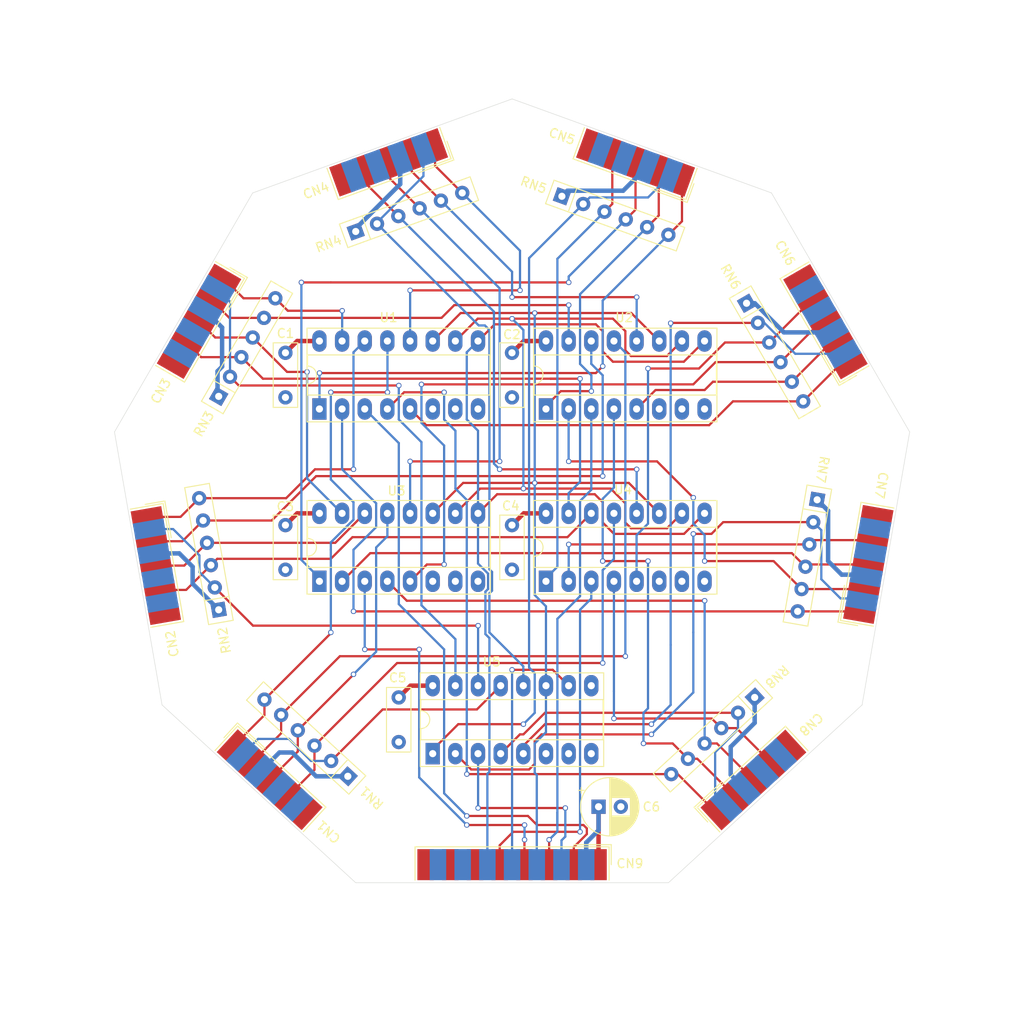
<source format=kicad_pcb>
(kicad_pcb (version 20171130) (host pcbnew 5.1.12)
  (title_block (title Plus4Plus8) (date 2022-09-02) (rev 1git) (company SukkoPera))
  (layers (0 F.Cu signal) (31 B.Cu signal) (36 B.SilkS user) (37 F.SilkS user) (38 B.Mask user) (39 F.Mask user) (44 Edge.Cuts user))
  (net 0 "")
  (net 1 GND)
  (net 2 +5V)
  (net 3 "Net-(CN1-Pad6)")
  (net 4 "Net-(CN1-Pad1)")
  (net 5 "Net-(CN1-Pad2)")
  (net 6 "Net-(CN1-Pad4)")
  (net 7 "Net-(CN1-Pad3)")
  (net 8 "Net-(CN2-Pad6)")
  (net 9 "Net-(CN2-Pad1)")
  (net 10 "Net-(CN2-Pad2)")
  (net 11 "Net-(CN2-Pad4)")
  (net 12 "Net-(CN2-Pad3)")
  (net 13 "Net-(CN3-Pad3)")
  (net 14 "Net-(CN3-Pad4)")
  (net 15 "Net-(CN3-Pad2)")
  (net 16 "Net-(CN3-Pad1)")
  (net 17 "Net-(CN3-Pad6)")
  (net 18 "Net-(CN4-Pad6)")
  (net 19 "Net-(CN4-Pad1)")
  (net 20 "Net-(CN4-Pad2)")
  (net 21 "Net-(CN4-Pad4)")
  (net 22 "Net-(CN4-Pad3)")
  (net 23 "Net-(CN5-Pad3)")
  (net 24 "Net-(CN5-Pad4)")
  (net 25 "Net-(CN5-Pad2)")
  (net 26 "Net-(CN5-Pad1)")
  (net 27 "Net-(CN5-Pad6)")
  (net 28 "Net-(CN6-Pad3)")
  (net 29 "Net-(CN6-Pad4)")
  (net 30 "Net-(CN6-Pad2)")
  (net 31 "Net-(CN6-Pad1)")
  (net 32 "Net-(CN6-Pad6)")
  (net 33 "Net-(CN7-Pad6)")
  (net 34 "Net-(CN7-Pad1)")
  (net 35 "Net-(CN7-Pad2)")
  (net 36 "Net-(CN7-Pad4)")
  (net 37 "Net-(CN7-Pad3)")
  (net 38 "Net-(CN8-Pad3)")
  (net 39 "Net-(CN8-Pad4)")
  (net 40 "Net-(CN8-Pad2)")
  (net 41 "Net-(CN8-Pad1)")
  (net 42 "Net-(CN8-Pad6)")
  (net 43 /d2)
  (net 44 /d0)
  (net 45 /d7)
  (net 46 /d5)
  (net 47 /d6)
  (net 48 /d1)
  (net 49 /d3)
  (net 50 /d4)
  (module Resistor_THT:R_Array_SIP6 (layer F.Cu) (at 132.969 123.571 137.4)
    (fp_text reference RN1 (at -3.596473 0.029026 137.4 unlocked) (layer F.SilkS))
    (fp_text value 4.7k)
    (pad 6 thru_hole oval (at 12.7 0 137.4) (size 1.6 1.6) (drill 0.8) (layers *.Cu *.Mask) (net 4 "Net-(CN1-Pad1)"))
    (pad 5 thru_hole oval (at 10.16 0 137.4) (size 1.6 1.6) (drill 0.8) (layers *.Cu *.Mask) (net 5 "Net-(CN1-Pad2)"))
    (pad 4 thru_hole oval (at 7.62 0 137.4) (size 1.6 1.6) (drill 0.8) (layers *.Cu *.Mask) (net 7 "Net-(CN1-Pad3)"))
    (pad 3 thru_hole oval (at 5.08 0 137.4) (size 1.6 1.6) (drill 0.8) (layers *.Cu *.Mask) (net 6 "Net-(CN1-Pad4)"))
    (pad 2 thru_hole oval (at 2.54 0 137.4) (size 1.6 1.6) (drill 0.8) (layers *.Cu *.Mask) (net 3 "Net-(CN1-Pad6)"))
    (pad 1 thru_hole rect (at 0 0 137.4) (size 1.6 1.6) (drill 0.8) (layers *.Cu *.Mask) (net 2 +5V))
  )
  (module Resistor_THT:R_Array_SIP6 (layer F.Cu) (at 118.491 104.902 99.9)
    (fp_text reference RN2 (at -3.487115 0.036 99.9 unlocked) (layer F.SilkS))
    (fp_text value 4.7k)
    (pad 6 thru_hole oval (at 12.7 0 99.9) (size 1.6 1.6) (drill 0.8) (layers *.Cu *.Mask) (net 9 "Net-(CN2-Pad1)"))
    (pad 5 thru_hole oval (at 10.16 0 99.9) (size 1.6 1.6) (drill 0.8) (layers *.Cu *.Mask) (net 10 "Net-(CN2-Pad2)"))
    (pad 4 thru_hole oval (at 7.62 0 99.9) (size 1.6 1.6) (drill 0.8) (layers *.Cu *.Mask) (net 12 "Net-(CN2-Pad3)"))
    (pad 3 thru_hole oval (at 5.08 0 99.9) (size 1.6 1.6) (drill 0.8) (layers *.Cu *.Mask) (net 11 "Net-(CN2-Pad4)"))
    (pad 2 thru_hole oval (at 2.54 0 99.9) (size 1.6 1.6) (drill 0.8) (layers *.Cu *.Mask) (net 8 "Net-(CN2-Pad6)"))
    (pad 1 thru_hole rect (at 0 0 99.9) (size 1.6 1.6) (drill 0.8) (layers *.Cu *.Mask) (net 2 +5V))
  )
  (module Resistor_THT:R_Array_SIP6 (layer F.Cu) (at 118.491 80.975523 60)
    (fp_text reference RN3 (at -3.50886 0.119431 60) (layer F.SilkS))
    (fp_text value 4.7k)
    (pad 1 thru_hole rect (at 0 0 60) (size 1.6 1.6) (drill 0.8) (layers *.Cu *.Mask) (net 2 +5V))
    (pad 2 thru_hole oval (at 2.54 0 60) (size 1.6 1.6) (drill 0.8) (layers *.Cu *.Mask) (net 17 "Net-(CN3-Pad6)"))
    (pad 3 thru_hole oval (at 5.08 0 60) (size 1.6 1.6) (drill 0.8) (layers *.Cu *.Mask) (net 14 "Net-(CN3-Pad4)"))
    (pad 4 thru_hole oval (at 7.62 0 60) (size 1.6 1.6) (drill 0.8) (layers *.Cu *.Mask) (net 13 "Net-(CN3-Pad3)"))
    (pad 5 thru_hole oval (at 10.16 0 60) (size 1.6 1.6) (drill 0.8) (layers *.Cu *.Mask) (net 15 "Net-(CN3-Pad2)"))
    (pad 6 thru_hole oval (at 12.7 0 60) (size 1.6 1.6) (drill 0.8) (layers *.Cu *.Mask) (net 16 "Net-(CN3-Pad1)"))
  )
  (module Resistor_THT:R_Array_SIP6 (layer F.Cu) (at 133.854341 62.48882 19.9)
    (fp_text reference RN4 (at -3.336427 0.272819 19.9) (layer F.SilkS))
    (fp_text value 4.7k)
    (pad 6 thru_hole oval (at 12.7 0 19.9) (size 1.6 1.6) (drill 0.8) (layers *.Cu *.Mask) (net 19 "Net-(CN4-Pad1)"))
    (pad 5 thru_hole oval (at 10.16 0 19.9) (size 1.6 1.6) (drill 0.8) (layers *.Cu *.Mask) (net 20 "Net-(CN4-Pad2)"))
    (pad 4 thru_hole oval (at 7.62 0 19.9) (size 1.6 1.6) (drill 0.8) (layers *.Cu *.Mask) (net 22 "Net-(CN4-Pad3)"))
    (pad 3 thru_hole oval (at 5.08 0 19.9) (size 1.6 1.6) (drill 0.8) (layers *.Cu *.Mask) (net 21 "Net-(CN4-Pad4)"))
    (pad 2 thru_hole oval (at 2.54 0 19.9) (size 1.6 1.6) (drill 0.8) (layers *.Cu *.Mask) (net 18 "Net-(CN4-Pad6)"))
    (pad 1 thru_hole rect (at 0 0 19.9) (size 1.6 1.6) (drill 0.8) (layers *.Cu *.Mask) (net 2 +5V))
  )
  (module Resistor_THT:R_Array_SIP6 (layer F.Cu) (at 156.968341 58.54218 340.1)
    (fp_text reference RN5 (at -3.412616 -0.110174 160.1) (layer F.SilkS))
    (fp_text value 4.7k)
    (pad 1 thru_hole rect (at 0 0 340.1) (size 1.6 1.6) (drill 0.8) (layers *.Cu *.Mask) (net 2 +5V))
    (pad 2 thru_hole oval (at 2.54 0 340.1) (size 1.6 1.6) (drill 0.8) (layers *.Cu *.Mask) (net 27 "Net-(CN5-Pad6)"))
    (pad 3 thru_hole oval (at 5.08 0 340.1) (size 1.6 1.6) (drill 0.8) (layers *.Cu *.Mask) (net 24 "Net-(CN5-Pad4)"))
    (pad 4 thru_hole oval (at 7.62 0 340.1) (size 1.6 1.6) (drill 0.8) (layers *.Cu *.Mask) (net 23 "Net-(CN5-Pad3)"))
    (pad 5 thru_hole oval (at 10.16 0 340.1) (size 1.6 1.6) (drill 0.8) (layers *.Cu *.Mask) (net 25 "Net-(CN5-Pad2)"))
    (pad 6 thru_hole oval (at 12.7 0 340.1) (size 1.6 1.6) (drill 0.8) (layers *.Cu *.Mask) (net 26 "Net-(CN5-Pad1)"))
  )
  (module Resistor_THT:R_Array_SIP6 (layer F.Cu) (at 177.673 70.535477 300)
    (fp_text reference RN6 (at -3.462375 0.054055 120) (layer F.SilkS))
    (fp_text value 4.7k)
    (pad 1 thru_hole rect (at 0 0 300) (size 1.6 1.6) (drill 0.8) (layers *.Cu *.Mask) (net 2 +5V))
    (pad 2 thru_hole oval (at 2.54 0 300) (size 1.6 1.6) (drill 0.8) (layers *.Cu *.Mask) (net 32 "Net-(CN6-Pad6)"))
    (pad 3 thru_hole oval (at 5.08 0 300) (size 1.6 1.6) (drill 0.8) (layers *.Cu *.Mask) (net 29 "Net-(CN6-Pad4)"))
    (pad 4 thru_hole oval (at 7.62 0 300) (size 1.6 1.6) (drill 0.8) (layers *.Cu *.Mask) (net 28 "Net-(CN6-Pad3)"))
    (pad 5 thru_hole oval (at 10.16 0 300) (size 1.6 1.6) (drill 0.8) (layers *.Cu *.Mask) (net 30 "Net-(CN6-Pad2)"))
    (pad 6 thru_hole oval (at 12.7 0 300) (size 1.6 1.6) (drill 0.8) (layers *.Cu *.Mask) (net 31 "Net-(CN6-Pad1)"))
  )
  (module Resistor_THT:R_Array_SIP6 (layer F.Cu) (at 185.5871 92.569467 260.1)
    (fp_text reference RN7 (at -3.466889 0.001177 260.1 unlocked) (layer F.SilkS))
    (fp_text value 4.7k)
    (pad 6 thru_hole oval (at 12.7 0 260.1) (size 1.6 1.6) (drill 0.8) (layers *.Cu *.Mask) (net 34 "Net-(CN7-Pad1)"))
    (pad 5 thru_hole oval (at 10.16 0 260.1) (size 1.6 1.6) (drill 0.8) (layers *.Cu *.Mask) (net 35 "Net-(CN7-Pad2)"))
    (pad 4 thru_hole oval (at 7.62 0 260.1) (size 1.6 1.6) (drill 0.8) (layers *.Cu *.Mask) (net 37 "Net-(CN7-Pad3)"))
    (pad 3 thru_hole oval (at 5.08 0 260.1) (size 1.6 1.6) (drill 0.8) (layers *.Cu *.Mask) (net 36 "Net-(CN7-Pad4)"))
    (pad 2 thru_hole oval (at 2.54 0 260.1) (size 1.6 1.6) (drill 0.8) (layers *.Cu *.Mask) (net 33 "Net-(CN7-Pad6)"))
    (pad 1 thru_hole rect (at 0 0 260.1) (size 1.6 1.6) (drill 0.8) (layers *.Cu *.Mask) (net 2 +5V))
  )
  (module Resistor_THT:R_Array_SIP6 (layer F.Cu) (at 178.58306 114.730205 222.6)
    (fp_text reference RN8 (at -3.434829 0.013928 222.6 unlocked) (layer F.SilkS))
    (fp_text value 4.7k)
    (pad 1 thru_hole rect (at 0 0 222.6) (size 1.6 1.6) (drill 0.8) (layers *.Cu *.Mask) (net 2 +5V))
    (pad 2 thru_hole oval (at 2.54 0 222.6) (size 1.6 1.6) (drill 0.8) (layers *.Cu *.Mask) (net 42 "Net-(CN8-Pad6)"))
    (pad 3 thru_hole oval (at 5.08 0 222.6) (size 1.6 1.6) (drill 0.8) (layers *.Cu *.Mask) (net 39 "Net-(CN8-Pad4)"))
    (pad 4 thru_hole oval (at 7.62 0 222.6) (size 1.6 1.6) (drill 0.8) (layers *.Cu *.Mask) (net 38 "Net-(CN8-Pad3)"))
    (pad 5 thru_hole oval (at 10.16 0 222.6) (size 1.6 1.6) (drill 0.8) (layers *.Cu *.Mask) (net 40 "Net-(CN8-Pad2)"))
    (pad 6 thru_hole oval (at 12.7 0 222.6) (size 1.6 1.6) (drill 0.8) (layers *.Cu *.Mask) (net 41 "Net-(CN8-Pad1)"))
  )
  (module Connector_Dsub:DSUB-9_Male_EdgeMount_P2.77mm (layer F.Cu) (at 124.206 123.952 317.4)
    (fp_text reference CN1 (at 8.815495 -0.16981 137.4 unlocked) (layer F.SilkS))
    (fp_text value JOY1)
    (pad 1 smd rect (at -5.54 0 317.4) (size 1.846667 3.48) (layers F.Cu F.Paste F.Mask) (net 4 "Net-(CN1-Pad1)"))
    (pad 2 smd rect (at -2.77 0 317.4) (size 1.846667 3.48) (layers F.Cu F.Paste F.Mask) (net 5 "Net-(CN1-Pad2)"))
    (pad 3 smd rect (at 0 0 317.4) (size 1.846667 3.48) (layers F.Cu F.Paste F.Mask) (net 7 "Net-(CN1-Pad3)"))
    (pad 4 smd rect (at 2.77 0 317.4) (size 1.846667 3.48) (layers F.Cu F.Paste F.Mask) (net 6 "Net-(CN1-Pad4)"))
    (pad 5 smd rect (at 5.54 0 317.4) (size 1.846667 3.48) (layers F.Cu F.Paste F.Mask) (net 2 +5V))
    (pad 6 smd rect (at -4.155 0 317.4) (size 1.846667 3.48) (layers B.Cu B.Paste B.Mask) (net 3 "Net-(CN1-Pad6)"))
    (pad 7 smd rect (at -1.385 0 317.4) (size 1.846667 3.48) (layers B.Cu B.Paste B.Mask) (net 2 +5V))
    (pad 8 smd rect (at 1.385 0 317.4) (size 1.846667 3.48) (layers B.Cu B.Paste B.Mask) (net 1 GND))
    (pad 9 smd rect (at 4.155 0 317.4) (size 1.846667 3.48) (layers B.Cu B.Paste B.Mask))
  )
  (module Connector_Dsub:DSUB-9_Male_EdgeMount_P2.77mm (layer F.Cu) (at 111.442487 99.945506 279.9)
    (fp_text reference CN2 (at 8.952565 -0.306876 99.9 unlocked) (layer F.SilkS))
    (fp_text value JOY2)
    (pad 9 smd rect (at 4.155 0 279.9) (size 1.846667 3.48) (layers B.Cu B.Paste B.Mask))
    (pad 8 smd rect (at 1.385 0 279.9) (size 1.846667 3.48) (layers B.Cu B.Paste B.Mask) (net 1 GND))
    (pad 7 smd rect (at -1.385 0 279.9) (size 1.846667 3.48) (layers B.Cu B.Paste B.Mask) (net 2 +5V))
    (pad 6 smd rect (at -4.155 0 279.9) (size 1.846667 3.48) (layers B.Cu B.Paste B.Mask) (net 8 "Net-(CN2-Pad6)"))
    (pad 5 smd rect (at 5.54 0 279.9) (size 1.846667 3.48) (layers F.Cu F.Paste F.Mask) (net 2 +5V))
    (pad 4 smd rect (at 2.77 0 279.9) (size 1.846667 3.48) (layers F.Cu F.Paste F.Mask) (net 11 "Net-(CN2-Pad4)"))
    (pad 3 smd rect (at 0 0 279.9) (size 1.846667 3.48) (layers F.Cu F.Paste F.Mask) (net 12 "Net-(CN2-Pad3)"))
    (pad 2 smd rect (at -2.77 0 279.9) (size 1.846667 3.48) (layers F.Cu F.Paste F.Mask) (net 10 "Net-(CN2-Pad2)"))
    (pad 1 smd rect (at -5.54 0 279.9) (size 1.846667 3.48) (layers F.Cu F.Paste F.Mask) (net 9 "Net-(CN2-Pad1)"))
  )
  (module Connector_Dsub:DSUB-9_Male_EdgeMount_P2.77mm (layer F.Cu) (at 116.2865 72.559336 240)
    (fp_text reference CN3 (at 8.91867 -0.215738 60) (layer F.SilkS))
    (fp_text value JOY3)
    (pad 9 smd rect (at 4.155 0 240) (size 1.846667 3.48) (layers B.Cu B.Paste B.Mask))
    (pad 8 smd rect (at 1.385 0 240) (size 1.846667 3.48) (layers B.Cu B.Paste B.Mask) (net 1 GND))
    (pad 7 smd rect (at -1.385 0 240) (size 1.846667 3.48) (layers B.Cu B.Paste B.Mask) (net 2 +5V))
    (pad 6 smd rect (at -4.155 0 240) (size 1.846667 3.48) (layers B.Cu B.Paste B.Mask) (net 17 "Net-(CN3-Pad6)"))
    (pad 5 smd rect (at 5.54 0 240) (size 1.846667 3.48) (layers F.Cu F.Paste F.Mask) (net 2 +5V))
    (pad 4 smd rect (at 2.77 0 240) (size 1.846667 3.48) (layers F.Cu F.Paste F.Mask) (net 14 "Net-(CN3-Pad4)"))
    (pad 3 smd rect (at 0 0 240) (size 1.846667 3.48) (layers F.Cu F.Paste F.Mask) (net 13 "Net-(CN3-Pad3)"))
    (pad 2 smd rect (at -2.77 0 240) (size 1.846667 3.48) (layers F.Cu F.Paste F.Mask) (net 15 "Net-(CN3-Pad2)"))
    (pad 1 smd rect (at -5.54 0 240) (size 1.846667 3.48) (layers F.Cu F.Paste F.Mask) (net 16 "Net-(CN3-Pad1)"))
  )
  (module Connector_Dsub:DSUB-9_Male_EdgeMount_P2.77mm (layer F.Cu) (at 137.541 54.737 199.9)
    (fp_text reference CN4 (at 8.723367 -0.21881 19.9) (layer F.SilkS))
    (fp_text value JOY4)
    (pad 1 smd rect (at -5.54 0 199.9) (size 1.846667 3.48) (layers F.Cu F.Paste F.Mask) (net 19 "Net-(CN4-Pad1)"))
    (pad 2 smd rect (at -2.77 0 199.9) (size 1.846667 3.48) (layers F.Cu F.Paste F.Mask) (net 20 "Net-(CN4-Pad2)"))
    (pad 3 smd rect (at 0 0 199.9) (size 1.846667 3.48) (layers F.Cu F.Paste F.Mask) (net 22 "Net-(CN4-Pad3)"))
    (pad 4 smd rect (at 2.77 0 199.9) (size 1.846667 3.48) (layers F.Cu F.Paste F.Mask) (net 21 "Net-(CN4-Pad4)"))
    (pad 5 smd rect (at 5.54 0 199.9) (size 1.846667 3.48) (layers F.Cu F.Paste F.Mask) (net 2 +5V))
    (pad 6 smd rect (at -4.155 0 199.9) (size 1.846667 3.48) (layers B.Cu B.Paste B.Mask) (net 18 "Net-(CN4-Pad6)"))
    (pad 7 smd rect (at -1.385 0 199.9) (size 1.846667 3.48) (layers B.Cu B.Paste B.Mask) (net 2 +5V))
    (pad 8 smd rect (at 1.385 0 199.9) (size 1.846667 3.48) (layers B.Cu B.Paste B.Mask) (net 1 GND))
    (pad 9 smd rect (at 4.155 0 199.9) (size 1.846667 3.48) (layers B.Cu B.Paste B.Mask))
  )
  (module Connector_Dsub:DSUB-9_Male_EdgeMount_P2.77mm (layer F.Cu) (at 165.224804 54.756297 160.1)
    (fp_text reference CN5 (at 8.760831 -0.044359 160.1) (layer F.SilkS))
    (fp_text value JOY5)
    (pad 1 smd rect (at -5.54 0 160.1) (size 1.846667 3.48) (layers F.Cu F.Paste F.Mask) (net 26 "Net-(CN5-Pad1)"))
    (pad 2 smd rect (at -2.77 0 160.1) (size 1.846667 3.48) (layers F.Cu F.Paste F.Mask) (net 25 "Net-(CN5-Pad2)"))
    (pad 3 smd rect (at 0 0 160.1) (size 1.846667 3.48) (layers F.Cu F.Paste F.Mask) (net 23 "Net-(CN5-Pad3)"))
    (pad 4 smd rect (at 2.77 0 160.1) (size 1.846667 3.48) (layers F.Cu F.Paste F.Mask) (net 24 "Net-(CN5-Pad4)"))
    (pad 5 smd rect (at 5.54 0 160.1) (size 1.846667 3.48) (layers F.Cu F.Paste F.Mask) (net 2 +5V))
    (pad 6 smd rect (at -4.155 0 160.1) (size 1.846667 3.48) (layers B.Cu B.Paste B.Mask) (net 27 "Net-(CN5-Pad6)"))
    (pad 7 smd rect (at -1.385 0 160.1) (size 1.846667 3.48) (layers B.Cu B.Paste B.Mask) (net 2 +5V))
    (pad 8 smd rect (at 1.385 0 160.1) (size 1.846667 3.48) (layers B.Cu B.Paste B.Mask) (net 1 GND))
    (pad 9 smd rect (at 4.155 0 160.1) (size 1.846667 3.48) (layers B.Cu B.Paste B.Mask))
  )
  (module Connector_Dsub:DSUB-9_Male_EdgeMount_P2.77mm (layer F.Cu) (at 186.5175 72.601664 120)
    (fp_text reference CN6 (at 8.935685 -0.067732 120) (layer F.SilkS))
    (fp_text value JOY6)
    (pad 9 smd rect (at 4.155 0 120) (size 1.846667 3.48) (layers B.Cu B.Paste B.Mask))
    (pad 8 smd rect (at 1.385 0 120) (size 1.846667 3.48) (layers B.Cu B.Paste B.Mask) (net 1 GND))
    (pad 7 smd rect (at -1.385 0 120) (size 1.846667 3.48) (layers B.Cu B.Paste B.Mask) (net 2 +5V))
    (pad 6 smd rect (at -4.155 0 120) (size 1.846667 3.48) (layers B.Cu B.Paste B.Mask) (net 32 "Net-(CN6-Pad6)"))
    (pad 5 smd rect (at 5.54 0 120) (size 1.846667 3.48) (layers F.Cu F.Paste F.Mask) (net 2 +5V))
    (pad 4 smd rect (at 2.77 0 120) (size 1.846667 3.48) (layers F.Cu F.Paste F.Mask) (net 29 "Net-(CN6-Pad4)"))
    (pad 3 smd rect (at 0 0 120) (size 1.846667 3.48) (layers F.Cu F.Paste F.Mask) (net 28 "Net-(CN6-Pad3)"))
    (pad 2 smd rect (at -2.77 0 120) (size 1.846667 3.48) (layers F.Cu F.Paste F.Mask) (net 30 "Net-(CN6-Pad2)"))
    (pad 1 smd rect (at -5.54 0 120) (size 1.846667 3.48) (layers F.Cu F.Paste F.Mask) (net 31 "Net-(CN6-Pad1)"))
  )
  (module Connector_Dsub:DSUB-9_Male_EdgeMount_P2.77mm (layer F.Cu) (at 191.325513 99.818506 80.1)
    (fp_text reference CN7 (at 9.00528 -0.08911 260.1 unlocked) (layer F.SilkS))
    (fp_text value JOY7)
    (pad 9 smd rect (at 4.155 0 80.1) (size 1.846667 3.48) (layers B.Cu B.Paste B.Mask))
    (pad 8 smd rect (at 1.385 0 80.1) (size 1.846667 3.48) (layers B.Cu B.Paste B.Mask) (net 1 GND))
    (pad 7 smd rect (at -1.385 0 80.1) (size 1.846667 3.48) (layers B.Cu B.Paste B.Mask) (net 2 +5V))
    (pad 6 smd rect (at -4.155 0 80.1) (size 1.846667 3.48) (layers B.Cu B.Paste B.Mask) (net 33 "Net-(CN7-Pad6)"))
    (pad 5 smd rect (at 5.54 0 80.1) (size 1.846667 3.48) (layers F.Cu F.Paste F.Mask) (net 2 +5V))
    (pad 4 smd rect (at 2.77 0 80.1) (size 1.846667 3.48) (layers F.Cu F.Paste F.Mask) (net 36 "Net-(CN7-Pad4)"))
    (pad 3 smd rect (at 0 0 80.1) (size 1.846667 3.48) (layers F.Cu F.Paste F.Mask) (net 37 "Net-(CN7-Pad3)"))
    (pad 2 smd rect (at -2.77 0 80.1) (size 1.846667 3.48) (layers F.Cu F.Paste F.Mask) (net 35 "Net-(CN7-Pad2)"))
    (pad 1 smd rect (at -5.54 0 80.1) (size 1.846667 3.48) (layers F.Cu F.Paste F.Mask) (net 34 "Net-(CN7-Pad1)"))
  )
  (module Connector_Dsub:DSUB-9_Male_EdgeMount_P2.77mm (layer F.Cu) (at 178.441989 123.982054 42.6)
    (fp_text reference CN8 (at 8.995098 -0.22346 222.6 unlocked) (layer F.SilkS))
    (fp_text value JOY8)
    (pad 1 smd rect (at -5.54 0 42.6) (size 1.846667 3.48) (layers F.Cu F.Paste F.Mask) (net 41 "Net-(CN8-Pad1)"))
    (pad 2 smd rect (at -2.77 0 42.6) (size 1.846667 3.48) (layers F.Cu F.Paste F.Mask) (net 40 "Net-(CN8-Pad2)"))
    (pad 3 smd rect (at 0 0 42.6) (size 1.846667 3.48) (layers F.Cu F.Paste F.Mask) (net 38 "Net-(CN8-Pad3)"))
    (pad 4 smd rect (at 2.77 0 42.6) (size 1.846667 3.48) (layers F.Cu F.Paste F.Mask) (net 39 "Net-(CN8-Pad4)"))
    (pad 5 smd rect (at 5.54 0 42.6) (size 1.846667 3.48) (layers F.Cu F.Paste F.Mask) (net 2 +5V))
    (pad 6 smd rect (at -4.155 0 42.6) (size 1.846667 3.48) (layers B.Cu B.Paste B.Mask) (net 42 "Net-(CN8-Pad6)"))
    (pad 7 smd rect (at -1.385 0 42.6) (size 1.846667 3.48) (layers B.Cu B.Paste B.Mask) (net 2 +5V))
    (pad 8 smd rect (at 1.385 0 42.6) (size 1.846667 3.48) (layers B.Cu B.Paste B.Mask) (net 1 GND))
    (pad 9 smd rect (at 4.155 0 42.6) (size 1.846667 3.48) (layers B.Cu B.Paste B.Mask))
  )
  (module Connector_Dsub:DSUB-15_Female_EdgeMount_P2.77mm (layer F.Cu) (at 151.384 133.477)
    (fp_text reference CN9 (at 13.208 -0.127 180) (layer F.SilkS))
    (fp_text value DB15F)
    (pad 15 smd rect (at -8.31 0) (size 1.846667 3.48) (layers B.Cu B.Paste B.Mask) (net 1 GND))
    (pad 14 smd rect (at -5.54 0) (size 1.846667 3.48) (layers B.Cu B.Paste B.Mask))
    (pad 13 smd rect (at -2.77 0) (size 1.846667 3.48) (layers B.Cu B.Paste B.Mask) (net 45 /d7))
    (pad 12 smd rect (at 0 0) (size 1.846667 3.48) (layers B.Cu B.Paste B.Mask) (net 47 /d6))
    (pad 11 smd rect (at 2.77 0) (size 1.846667 3.48) (layers B.Cu B.Paste B.Mask) (net 46 /d5))
    (pad 10 smd rect (at 5.54 0) (size 1.846667 3.48) (layers B.Cu B.Paste B.Mask) (net 50 /d4))
    (pad 9 smd rect (at 8.31 0) (size 1.846667 3.48) (layers B.Cu B.Paste B.Mask) (net 2 +5V))
    (pad 8 smd rect (at -9.695 0) (size 1.846667 3.48) (layers F.Cu F.Paste F.Mask) (net 1 GND))
    (pad 7 smd rect (at -6.925 0) (size 1.846667 3.48) (layers F.Cu F.Paste F.Mask))
    (pad 6 smd rect (at -4.155 0) (size 1.846667 3.48) (layers F.Cu F.Paste F.Mask))
    (pad 5 smd rect (at -1.385 0) (size 1.846667 3.48) (layers F.Cu F.Paste F.Mask) (net 49 /d3))
    (pad 4 smd rect (at 1.385 0) (size 1.846667 3.48) (layers F.Cu F.Paste F.Mask) (net 43 /d2))
    (pad 3 smd rect (at 4.155 0) (size 1.846667 3.48) (layers F.Cu F.Paste F.Mask) (net 48 /d1))
    (pad 2 smd rect (at 6.925 0) (size 1.846667 3.48) (layers F.Cu F.Paste F.Mask) (net 44 /d0))
    (pad 1 smd rect (at 9.695 0) (size 1.846667 3.48) (layers F.Cu F.Paste F.Mask) (net 2 +5V))
  )
  (module Package_DIP:DIP-16_W7.62mm_Socket_LongPads (layer F.Cu) (at 129.784 82.389705 90)
    (fp_text reference U1 (at 10.253705 7.757 180) (layer F.SilkS))
    (fp_text value CD4051B)
    (pad 1 thru_hole rect (at 0 0 90) (size 2.4 1.6) (drill 0.8) (layers *.Cu *.Mask) (net 26 "Net-(CN5-Pad1)"))
    (pad 9 thru_hole oval (at 7.62 17.78 90) (size 2.4 1.6) (drill 0.8) (layers *.Cu *.Mask) (net 45 /d7))
    (pad 2 thru_hole oval (at 0 2.54 90) (size 2.4 1.6) (drill 0.8) (layers *.Cu *.Mask) (net 34 "Net-(CN7-Pad1)"))
    (pad 10 thru_hole oval (at 7.62 15.24 90) (size 2.4 1.6) (drill 0.8) (layers *.Cu *.Mask) (net 47 /d6))
    (pad 3 thru_hole oval (at 0 5.08 90) (size 2.4 1.6) (drill 0.8) (layers *.Cu *.Mask) (net 44 /d0))
    (pad 11 thru_hole oval (at 7.62 12.7 90) (size 2.4 1.6) (drill 0.8) (layers *.Cu *.Mask) (net 46 /d5))
    (pad 4 thru_hole oval (at 0 7.62 90) (size 2.4 1.6) (drill 0.8) (layers *.Cu *.Mask) (net 41 "Net-(CN8-Pad1)"))
    (pad 12 thru_hole oval (at 7.62 10.16 90) (size 2.4 1.6) (drill 0.8) (layers *.Cu *.Mask) (net 19 "Net-(CN4-Pad1)"))
    (pad 5 thru_hole oval (at 0 10.16 90) (size 2.4 1.6) (drill 0.8) (layers *.Cu *.Mask) (net 31 "Net-(CN6-Pad1)"))
    (pad 13 thru_hole oval (at 7.62 7.62 90) (size 2.4 1.6) (drill 0.8) (layers *.Cu *.Mask) (net 4 "Net-(CN1-Pad1)"))
    (pad 6 thru_hole oval (at 0 12.7 90) (size 2.4 1.6) (drill 0.8) (layers *.Cu *.Mask) (net 1 GND))
    (pad 14 thru_hole oval (at 7.62 5.08 90) (size 2.4 1.6) (drill 0.8) (layers *.Cu *.Mask) (net 9 "Net-(CN2-Pad1)"))
    (pad 7 thru_hole oval (at 0 15.24 90) (size 2.4 1.6) (drill 0.8) (layers *.Cu *.Mask) (net 1 GND))
    (pad 15 thru_hole oval (at 7.62 2.54 90) (size 2.4 1.6) (drill 0.8) (layers *.Cu *.Mask) (net 16 "Net-(CN3-Pad1)"))
    (pad 8 thru_hole oval (at 0 17.78 90) (size 2.4 1.6) (drill 0.8) (layers *.Cu *.Mask) (net 1 GND))
    (pad 16 thru_hole oval (at 7.62 0 90) (size 2.4 1.6) (drill 0.8) (layers *.Cu *.Mask) (net 2 +5V))
  )
  (module Package_DIP:DIP-16_W7.62mm_Socket_LongPads (layer F.Cu) (at 155.184 82.389705 90)
    (fp_text reference U2 (at 10.253705 8.773 180) (layer F.SilkS))
    (fp_text value CD4051B)
    (pad 16 thru_hole oval (at 7.62 0 90) (size 2.4 1.6) (drill 0.8) (layers *.Cu *.Mask) (net 2 +5V))
    (pad 8 thru_hole oval (at 0 17.78 90) (size 2.4 1.6) (drill 0.8) (layers *.Cu *.Mask) (net 1 GND))
    (pad 15 thru_hole oval (at 7.62 2.54 90) (size 2.4 1.6) (drill 0.8) (layers *.Cu *.Mask) (net 15 "Net-(CN3-Pad2)"))
    (pad 7 thru_hole oval (at 0 15.24 90) (size 2.4 1.6) (drill 0.8) (layers *.Cu *.Mask) (net 1 GND))
    (pad 14 thru_hole oval (at 7.62 5.08 90) (size 2.4 1.6) (drill 0.8) (layers *.Cu *.Mask) (net 10 "Net-(CN2-Pad2)"))
    (pad 6 thru_hole oval (at 0 12.7 90) (size 2.4 1.6) (drill 0.8) (layers *.Cu *.Mask) (net 1 GND))
    (pad 13 thru_hole oval (at 7.62 7.62 90) (size 2.4 1.6) (drill 0.8) (layers *.Cu *.Mask) (net 5 "Net-(CN1-Pad2)"))
    (pad 5 thru_hole oval (at 0 10.16 90) (size 2.4 1.6) (drill 0.8) (layers *.Cu *.Mask) (net 30 "Net-(CN6-Pad2)"))
    (pad 12 thru_hole oval (at 7.62 10.16 90) (size 2.4 1.6) (drill 0.8) (layers *.Cu *.Mask) (net 20 "Net-(CN4-Pad2)"))
    (pad 4 thru_hole oval (at 0 7.62 90) (size 2.4 1.6) (drill 0.8) (layers *.Cu *.Mask) (net 40 "Net-(CN8-Pad2)"))
    (pad 11 thru_hole oval (at 7.62 12.7 90) (size 2.4 1.6) (drill 0.8) (layers *.Cu *.Mask) (net 46 /d5))
    (pad 3 thru_hole oval (at 0 5.08 90) (size 2.4 1.6) (drill 0.8) (layers *.Cu *.Mask) (net 48 /d1))
    (pad 10 thru_hole oval (at 7.62 15.24 90) (size 2.4 1.6) (drill 0.8) (layers *.Cu *.Mask) (net 47 /d6))
    (pad 2 thru_hole oval (at 0 2.54 90) (size 2.4 1.6) (drill 0.8) (layers *.Cu *.Mask) (net 35 "Net-(CN7-Pad2)"))
    (pad 9 thru_hole oval (at 7.62 17.78 90) (size 2.4 1.6) (drill 0.8) (layers *.Cu *.Mask) (net 45 /d7))
    (pad 1 thru_hole rect (at 0 0 90) (size 2.4 1.6) (drill 0.8) (layers *.Cu *.Mask) (net 25 "Net-(CN5-Pad2)"))
  )
  (module Package_DIP:DIP-16_W7.62mm_Socket_LongPads (layer F.Cu) (at 129.784 101.710469 90)
    (fp_text reference U3 (at 10.143469 8.646 180) (layer F.SilkS))
    (fp_text value CD4051B)
    (pad 1 thru_hole rect (at 0 0 90) (size 2.4 1.6) (drill 0.8) (layers *.Cu *.Mask) (net 23 "Net-(CN5-Pad3)"))
    (pad 9 thru_hole oval (at 7.62 17.78 90) (size 2.4 1.6) (drill 0.8) (layers *.Cu *.Mask) (net 45 /d7))
    (pad 2 thru_hole oval (at 0 2.54 90) (size 2.4 1.6) (drill 0.8) (layers *.Cu *.Mask) (net 37 "Net-(CN7-Pad3)"))
    (pad 10 thru_hole oval (at 7.62 15.24 90) (size 2.4 1.6) (drill 0.8) (layers *.Cu *.Mask) (net 47 /d6))
    (pad 3 thru_hole oval (at 0 5.08 90) (size 2.4 1.6) (drill 0.8) (layers *.Cu *.Mask) (net 43 /d2))
    (pad 11 thru_hole oval (at 7.62 12.7 90) (size 2.4 1.6) (drill 0.8) (layers *.Cu *.Mask) (net 46 /d5))
    (pad 4 thru_hole oval (at 0 7.62 90) (size 2.4 1.6) (drill 0.8) (layers *.Cu *.Mask) (net 38 "Net-(CN8-Pad3)"))
    (pad 12 thru_hole oval (at 7.62 10.16 90) (size 2.4 1.6) (drill 0.8) (layers *.Cu *.Mask) (net 22 "Net-(CN4-Pad3)"))
    (pad 5 thru_hole oval (at 0 10.16 90) (size 2.4 1.6) (drill 0.8) (layers *.Cu *.Mask) (net 28 "Net-(CN6-Pad3)"))
    (pad 13 thru_hole oval (at 7.62 7.62 90) (size 2.4 1.6) (drill 0.8) (layers *.Cu *.Mask) (net 7 "Net-(CN1-Pad3)"))
    (pad 6 thru_hole oval (at 0 12.7 90) (size 2.4 1.6) (drill 0.8) (layers *.Cu *.Mask) (net 1 GND))
    (pad 14 thru_hole oval (at 7.62 5.08 90) (size 2.4 1.6) (drill 0.8) (layers *.Cu *.Mask) (net 12 "Net-(CN2-Pad3)"))
    (pad 7 thru_hole oval (at 0 15.24 90) (size 2.4 1.6) (drill 0.8) (layers *.Cu *.Mask) (net 1 GND))
    (pad 15 thru_hole oval (at 7.62 2.54 90) (size 2.4 1.6) (drill 0.8) (layers *.Cu *.Mask) (net 13 "Net-(CN3-Pad3)"))
    (pad 8 thru_hole oval (at 0 17.78 90) (size 2.4 1.6) (drill 0.8) (layers *.Cu *.Mask) (net 1 GND))
    (pad 16 thru_hole oval (at 7.62 0 90) (size 2.4 1.6) (drill 0.8) (layers *.Cu *.Mask) (net 2 +5V))
  )
  (module Package_DIP:DIP-16_W7.62mm_Socket_LongPads (layer F.Cu) (at 155.184 101.710469 90)
    (fp_text reference U4 (at 10.270469 8.646 180) (layer F.SilkS))
    (fp_text value CD4051B)
    (pad 16 thru_hole oval (at 7.62 0 90) (size 2.4 1.6) (drill 0.8) (layers *.Cu *.Mask) (net 2 +5V))
    (pad 8 thru_hole oval (at 0 17.78 90) (size 2.4 1.6) (drill 0.8) (layers *.Cu *.Mask) (net 1 GND))
    (pad 15 thru_hole oval (at 7.62 2.54 90) (size 2.4 1.6) (drill 0.8) (layers *.Cu *.Mask) (net 14 "Net-(CN3-Pad4)"))
    (pad 7 thru_hole oval (at 0 15.24 90) (size 2.4 1.6) (drill 0.8) (layers *.Cu *.Mask) (net 1 GND))
    (pad 14 thru_hole oval (at 7.62 5.08 90) (size 2.4 1.6) (drill 0.8) (layers *.Cu *.Mask) (net 11 "Net-(CN2-Pad4)"))
    (pad 6 thru_hole oval (at 0 12.7 90) (size 2.4 1.6) (drill 0.8) (layers *.Cu *.Mask) (net 1 GND))
    (pad 13 thru_hole oval (at 7.62 7.62 90) (size 2.4 1.6) (drill 0.8) (layers *.Cu *.Mask) (net 6 "Net-(CN1-Pad4)"))
    (pad 5 thru_hole oval (at 0 10.16 90) (size 2.4 1.6) (drill 0.8) (layers *.Cu *.Mask) (net 29 "Net-(CN6-Pad4)"))
    (pad 12 thru_hole oval (at 7.62 10.16 90) (size 2.4 1.6) (drill 0.8) (layers *.Cu *.Mask) (net 21 "Net-(CN4-Pad4)"))
    (pad 4 thru_hole oval (at 0 7.62 90) (size 2.4 1.6) (drill 0.8) (layers *.Cu *.Mask) (net 39 "Net-(CN8-Pad4)"))
    (pad 11 thru_hole oval (at 7.62 12.7 90) (size 2.4 1.6) (drill 0.8) (layers *.Cu *.Mask) (net 46 /d5))
    (pad 3 thru_hole oval (at 0 5.08 90) (size 2.4 1.6) (drill 0.8) (layers *.Cu *.Mask) (net 49 /d3))
    (pad 10 thru_hole oval (at 7.62 15.24 90) (size 2.4 1.6) (drill 0.8) (layers *.Cu *.Mask) (net 47 /d6))
    (pad 2 thru_hole oval (at 0 2.54 90) (size 2.4 1.6) (drill 0.8) (layers *.Cu *.Mask) (net 36 "Net-(CN7-Pad4)"))
    (pad 9 thru_hole oval (at 7.62 17.78 90) (size 2.4 1.6) (drill 0.8) (layers *.Cu *.Mask) (net 45 /d7))
    (pad 1 thru_hole rect (at 0 0 90) (size 2.4 1.6) (drill 0.8) (layers *.Cu *.Mask) (net 24 "Net-(CN5-Pad4)"))
  )
  (module Package_DIP:DIP-16_W7.62mm_Socket_LongPads (layer F.Cu) (at 142.484 121.031233 90)
    (fp_text reference U5 (at 10.287233 6.614 180) (layer F.SilkS))
    (fp_text value CD4051B)
    (pad 1 thru_hole rect (at 0 0 90) (size 2.4 1.6) (drill 0.8) (layers *.Cu *.Mask) (net 27 "Net-(CN5-Pad6)"))
    (pad 9 thru_hole oval (at 7.62 17.78 90) (size 2.4 1.6) (drill 0.8) (layers *.Cu *.Mask) (net 45 /d7))
    (pad 2 thru_hole oval (at 0 2.54 90) (size 2.4 1.6) (drill 0.8) (layers *.Cu *.Mask) (net 33 "Net-(CN7-Pad6)"))
    (pad 10 thru_hole oval (at 7.62 15.24 90) (size 2.4 1.6) (drill 0.8) (layers *.Cu *.Mask) (net 47 /d6))
    (pad 3 thru_hole oval (at 0 5.08 90) (size 2.4 1.6) (drill 0.8) (layers *.Cu *.Mask) (net 50 /d4))
    (pad 11 thru_hole oval (at 7.62 12.7 90) (size 2.4 1.6) (drill 0.8) (layers *.Cu *.Mask) (net 46 /d5))
    (pad 4 thru_hole oval (at 0 7.62 90) (size 2.4 1.6) (drill 0.8) (layers *.Cu *.Mask) (net 42 "Net-(CN8-Pad6)"))
    (pad 12 thru_hole oval (at 7.62 10.16 90) (size 2.4 1.6) (drill 0.8) (layers *.Cu *.Mask) (net 18 "Net-(CN4-Pad6)"))
    (pad 5 thru_hole oval (at 0 10.16 90) (size 2.4 1.6) (drill 0.8) (layers *.Cu *.Mask) (net 32 "Net-(CN6-Pad6)"))
    (pad 13 thru_hole oval (at 7.62 7.62 90) (size 2.4 1.6) (drill 0.8) (layers *.Cu *.Mask) (net 3 "Net-(CN1-Pad6)"))
    (pad 6 thru_hole oval (at 0 12.7 90) (size 2.4 1.6) (drill 0.8) (layers *.Cu *.Mask) (net 1 GND))
    (pad 14 thru_hole oval (at 7.62 5.08 90) (size 2.4 1.6) (drill 0.8) (layers *.Cu *.Mask) (net 8 "Net-(CN2-Pad6)"))
    (pad 7 thru_hole oval (at 0 15.24 90) (size 2.4 1.6) (drill 0.8) (layers *.Cu *.Mask) (net 1 GND))
    (pad 15 thru_hole oval (at 7.62 2.54 90) (size 2.4 1.6) (drill 0.8) (layers *.Cu *.Mask) (net 17 "Net-(CN3-Pad6)"))
    (pad 8 thru_hole oval (at 0 17.78 90) (size 2.4 1.6) (drill 0.8) (layers *.Cu *.Mask) (net 1 GND))
    (pad 16 thru_hole oval (at 7.62 0 90) (size 2.4 1.6) (drill 0.8) (layers *.Cu *.Mask) (net 2 +5V))
  )
  (module Capacitor_THT:C_Disc_D7.0mm_W2.5mm_P5.00mm (layer F.Cu) (at 125.974 76.089705 270)
    (fp_text reference C1 (at -2.175705 -0.01 180) (layer F.SilkS))
    (fp_text value 100n)
    (pad 1 thru_hole circle (at 0 0 270) (size 1.6 1.6) (drill 0.8) (layers *.Cu *.Mask) (net 2 +5V))
    (pad 2 thru_hole circle (at 5 0 270) (size 1.6 1.6) (drill 0.8) (layers *.Cu *.Mask) (net 1 GND))
  )
  (module Capacitor_THT:C_Disc_D7.0mm_W2.5mm_P5.00mm (layer F.Cu) (at 151.374 76.089705 270)
    (fp_text reference C2 (at -2.048705 0.01 180) (layer F.SilkS))
    (fp_text value 100n)
    (pad 2 thru_hole circle (at 5 0 270) (size 1.6 1.6) (drill 0.8) (layers *.Cu *.Mask) (net 1 GND))
    (pad 1 thru_hole circle (at 0 0 270) (size 1.6 1.6) (drill 0.8) (layers *.Cu *.Mask) (net 2 +5V))
  )
  (module Capacitor_THT:C_Disc_D7.0mm_W2.5mm_P5.00mm (layer F.Cu) (at 125.974 95.410469 270)
    (fp_text reference C3 (at -2.078531 0.01 180) (layer F.SilkS))
    (fp_text value 100n)
    (pad 1 thru_hole circle (at 0 0 270) (size 1.6 1.6) (drill 0.8) (layers *.Cu *.Mask) (net 2 +5V))
    (pad 2 thru_hole circle (at 5 0 270) (size 1.6 1.6) (drill 0.8) (layers *.Cu *.Mask) (net 1 GND))
  )
  (module Capacitor_THT:C_Disc_D7.0mm_W2.5mm_P5.00mm (layer F.Cu) (at 151.374 95.410469 270)
    (fp_text reference C4 (at -2.159 0.137 180) (layer F.SilkS))
    (fp_text value 100n)
    (pad 2 thru_hole circle (at 5 0 270) (size 1.6 1.6) (drill 0.8) (layers *.Cu *.Mask) (net 1 GND))
    (pad 1 thru_hole circle (at 0 0 270) (size 1.6 1.6) (drill 0.8) (layers *.Cu *.Mask) (net 2 +5V))
  )
  (module Capacitor_THT:C_Disc_D7.0mm_W2.5mm_P5.00mm (layer F.Cu) (at 138.674 114.731233 270)
    (fp_text reference C5 (at -2.209233 0.117 180) (layer F.SilkS))
    (fp_text value 100n)
    (pad 1 thru_hole circle (at 0 0 270) (size 1.6 1.6) (drill 0.8) (layers *.Cu *.Mask) (net 2 +5V))
    (pad 2 thru_hole circle (at 5 0 270) (size 1.6 1.6) (drill 0.8) (layers *.Cu *.Mask) (net 1 GND))
  )
  (module Capacitor_THT:CP_Radial_D6.3mm_P2.50mm (layer F.Cu) (at 161.079 126.984116)
    (fp_text reference C6 (at 5.926 0.015884) (layer F.SilkS))
    (fp_text value 100u)
    (pad 1 thru_hole rect (at 0 0) (size 1.6 1.6) (drill 0.8) (layers *.Cu *.Mask) (net 2 +5V))
    (pad 2 thru_hole circle (at 2.5 0) (size 1.6 1.6) (drill 0.8) (layers *.Cu *.Mask) (net 1 GND))
  )
  (gr_line (start 190.627 115.57) (end 195.961 84.963) (layer Edge.Cuts) (width 0.05))
  (gr_line (start 195.961 84.963) (end 180.467 58.166) (layer Edge.Cuts) (width 0.05))
  (gr_line (start 168.91 135.509) (end 190.627 115.57) (layer Edge.Cuts) (width 0.05))
  (gr_line (start 180.467 58.166) (end 151.384 47.625) (layer Edge.Cuts) (width 0.05))
  (gr_line (start 122.301 58.166) (end 151.384 47.625) (layer Edge.Cuts) (width 0.05))
  (gr_line (start 106.807 84.963) (end 122.301 58.166) (layer Edge.Cuts) (width 0.05))
  (gr_line (start 112.141 115.57) (end 106.807 84.963) (layer Edge.Cuts) (width 0.05))
  (gr_line (start 133.858 135.509) (end 112.141 115.57) (layer Edge.Cuts) (width 0.05))
  (gr_line (start 168.91 135.509) (end 133.858 135.509) (layer Edge.Cuts) (width 0.05))
  (segment (start 152.694 94.090469) (end 151.374 95.410469) (width 0.5) (layer F.Cu) (net 2))
  (segment (start 155.184 94.090469) (end 152.694 94.090469) (width 0.5) (layer F.Cu) (net 2))
  (segment (start 127.294 94.090469) (end 125.974 95.410469) (width 0.5) (layer F.Cu) (net 2))
  (segment (start 129.784 94.090469) (end 127.294 94.090469) (width 0.5) (layer F.Cu) (net 2))
  (segment (start 127.294 74.769705) (end 125.974 76.089705) (width 0.5) (layer F.Cu) (net 2))
  (segment (start 129.784 74.769705) (end 127.294 74.769705) (width 0.5) (layer F.Cu) (net 2))
  (segment (start 152.694 74.769705) (end 151.374 76.089705) (width 0.5) (layer F.Cu) (net 2))
  (segment (start 155.184 74.769705) (end 152.694 74.769705) (width 0.5) (layer F.Cu) (net 2))
  (segment (start 139.994 113.411233) (end 138.674 114.731233) (width 0.5) (layer F.Cu) (net 2))
  (segment (start 142.484 113.411233) (end 139.994 113.411233) (width 0.5) (layer F.Cu) (net 2))
  (segment (start 126.746 120.904) (end 129.413 123.571) (width 0.5) (layer B.Cu) (net 2))
  (segment (start 125.297033 120.904) (end 126.746 120.904) (width 0.5) (layer B.Cu) (net 2))
  (segment (start 129.413 123.571) (end 132.969 123.571) (width 0.5) (layer B.Cu) (net 2))
  (segment (start 123.186506 123.014527) (end 125.297033 120.904) (width 0.5) (layer B.Cu) (net 2))
  (segment (start 115.57 101.981) (end 118.491 104.902) (width 0.5) (layer B.Cu) (net 2))
  (segment (start 115.57 100.076) (end 115.57 101.981) (width 0.5) (layer B.Cu) (net 2))
  (segment (start 114.07513 98.58113) (end 115.57 100.076) (width 0.5) (layer B.Cu) (net 2))
  (segment (start 111.204365 98.58113) (end 114.07513 98.58113) (width 0.5) (layer B.Cu) (net 2))
  (segment (start 138.843299 57.173628) (end 133.854341 62.162586) (width 0.5) (layer B.Cu) (net 2))
  (segment (start 133.854341 62.162586) (end 133.854341 62.48882) (width 0.5) (layer B.Cu) (net 2))
  (segment (start 138.843299 54.265574) (end 138.843299 57.173628) (width 0.5) (layer B.Cu) (net 2))
  (segment (start 166.527103 55.227723) (end 163.83732 57.917506) (width 0.5) (layer B.Cu) (net 2))
  (segment (start 163.83732 57.917506) (end 157.593015 57.917506) (width 0.5) (layer B.Cu) (net 2))
  (segment (start 157.593015 57.917506) (end 156.968341 58.54218) (width 0.5) (layer B.Cu) (net 2))
  (segment (start 187.21 73.801109) (end 181.858929 73.801109) (width 0.5) (layer B.Cu) (net 2))
  (segment (start 181.858929 73.801109) (end 178.593297 70.535477) (width 0.5) (layer B.Cu) (net 2))
  (segment (start 178.593297 70.535477) (end 177.673 70.535477) (width 0.5) (layer B.Cu) (net 2))
  (segment (start 190.869509 100.965) (end 191.087391 101.182882) (width 0.5) (layer B.Cu) (net 2))
  (segment (start 188.341 100.965) (end 190.869509 100.965) (width 0.5) (layer B.Cu) (net 2))
  (segment (start 186.817 99.441) (end 188.341 100.965) (width 0.5) (layer B.Cu) (net 2))
  (segment (start 186.817 93.799367) (end 186.817 99.441) (width 0.5) (layer B.Cu) (net 2))
  (segment (start 185.5871 92.569467) (end 186.817 93.799367) (width 0.5) (layer B.Cu) (net 2))
  (segment (start 177.422495 124.919527) (end 175.895 123.392032) (width 0.5) (layer B.Cu) (net 2))
  (segment (start 175.895 123.392032) (end 175.895 120.269) (width 0.5) (layer B.Cu) (net 2))
  (segment (start 178.58306 117.58094) (end 178.58306 114.730205) (width 0.5) (layer B.Cu) (net 2))
  (segment (start 175.895 120.269) (end 178.58306 117.58094) (width 0.5) (layer B.Cu) (net 2))
  (segment (start 118.364 78.150408) (end 118.364 80.848523) (width 0.5) (layer B.Cu) (net 2))
  (segment (start 118.872 77.642408) (end 118.364 78.150408) (width 0.5) (layer B.Cu) (net 2))
  (segment (start 118.872 73.252891) (end 118.872 77.642408) (width 0.5) (layer B.Cu) (net 2))
  (segment (start 118.364 80.848523) (end 118.491 80.975523) (width 0.5) (layer B.Cu) (net 2))
  (segment (start 116.979 71.359891) (end 118.872 73.252891) (width 0.5) (layer B.Cu) (net 2))
  (segment (start 161.079 133.477) (end 161.079 126.984116) (width 0.5) (layer F.Cu) (net 2))
  (segment (start 161.079 126.984116) (end 161.079 129.624) (width 0.5) (layer B.Cu) (net 2))
  (segment (start 159.694 131.009) (end 159.694 133.477) (width 0.5) (layer B.Cu) (net 2))
  (segment (start 161.079 129.624) (end 159.694 131.009) (width 0.5) (layer B.Cu) (net 2))
  (segment (start 126.365 119.38) (end 128.836735 121.851735) (width 0.25) (layer B.Cu) (net 3))
  (segment (start 128.836735 121.851735) (end 131.099313 121.851735) (width 0.25) (layer B.Cu) (net 3))
  (segment (start 122.907097 119.38) (end 126.365 119.38) (width 0.25) (layer B.Cu) (net 3))
  (segment (start 121.147517 121.13958) (end 122.907097 119.38) (width 0.25) (layer B.Cu) (net 3))
  (segment (start 131.099313 121.851735) (end 136.873048 116.078) (width 0.25) (layer F.Cu) (net 3))
  (segment (start 147.437233 116.078) (end 150.104 113.411233) (width 0.25) (layer F.Cu) (net 3))
  (segment (start 136.873048 116.078) (end 147.437233 116.078) (width 0.25) (layer F.Cu) (net 3))
  (segment (start 123.620567 116.709562) (end 120.128022 120.202107) (width 0.25) (layer F.Cu) (net 4))
  (segment (start 123.620567 114.974675) (end 123.620567 116.709562) (width 0.25) (layer F.Cu) (net 4))
  (via (at 131.064 107.442) (size 0.6) (drill 0.4) (layers F.Cu B.Cu) (net 4))
  (segment (start 131.064 107.531242) (end 131.064 107.442) (width 0.25) (layer F.Cu) (net 4))
  (segment (start 123.620567 114.974675) (end 131.064 107.531242) (width 0.25) (layer F.Cu) (net 4))
  (via (at 131.064 80.518) (size 0.6) (drill 0.4) (layers F.Cu B.Cu) (net 4))
  (via (at 137.414 80.518) (size 0.6) (drill 0.4) (layers F.Cu B.Cu) (net 4))
  (segment (start 131.064 80.518) (end 137.414 80.518) (width 0.25) (layer F.Cu) (net 4))
  (segment (start 137.414 74.779705) (end 137.404 74.769705) (width 0.25) (layer B.Cu) (net 4))
  (segment (start 137.414 80.518) (end 137.414 74.779705) (width 0.25) (layer B.Cu) (net 4))
  (segment (start 131.064 98.171) (end 131.064 107.442) (width 0.25) (layer B.Cu) (net 4))
  (segment (start 133.604 94.801473) (end 131.064 97.341473) (width 0.25) (layer B.Cu) (net 4))
  (segment (start 131.064 97.341473) (end 131.064 98.171) (width 0.25) (layer B.Cu) (net 4))
  (segment (start 133.604 92.837) (end 133.604 94.801473) (width 0.25) (layer B.Cu) (net 4))
  (segment (start 131.064 90.297) (end 133.604 92.837) (width 0.25) (layer B.Cu) (net 4))
  (segment (start 131.064 80.518) (end 131.064 90.297) (width 0.25) (layer B.Cu) (net 4))
  (segment (start 125.490254 118.753811) (end 122.167011 122.077054) (width 0.25) (layer F.Cu) (net 5))
  (segment (start 125.490254 116.69394) (end 125.490254 118.753811) (width 0.25) (layer F.Cu) (net 5))
  (segment (start 125.490254 116.69394) (end 132.075194 110.109) (width 0.25) (layer F.Cu) (net 5))
  (via (at 164.084 110.109) (size 0.6) (drill 0.4) (layers F.Cu B.Cu) (net 5))
  (segment (start 132.075194 110.109) (end 164.084 110.109) (width 0.25) (layer F.Cu) (net 5))
  (segment (start 164.084 76.049705) (end 162.804 74.769705) (width 0.25) (layer B.Cu) (net 5))
  (segment (start 164.084 110.109) (end 164.084 76.049705) (width 0.25) (layer B.Cu) (net 5))
  (segment (start 129.229627 122.842308) (end 126.244989 125.826946) (width 0.25) (layer F.Cu) (net 6))
  (segment (start 129.229627 120.13247) (end 129.229627 122.842308) (width 0.25) (layer F.Cu) (net 6))
  (segment (start 129.229627 120.13247) (end 138.491097 110.871) (width 0.25) (layer F.Cu) (net 6))
  (via (at 161.544 110.871) (size 0.6) (drill 0.4) (layers F.Cu B.Cu) (net 6))
  (segment (start 138.491097 110.871) (end 161.544 110.871) (width 0.25) (layer F.Cu) (net 6))
  (segment (start 162.804 99.197) (end 161.544 100.457) (width 0.25) (layer B.Cu) (net 6))
  (segment (start 162.804 94.090469) (end 162.804 99.197) (width 0.25) (layer B.Cu) (net 6))
  (segment (start 161.544 110.871) (end 161.544 100.457) (width 0.25) (layer B.Cu) (net 6))
  (segment (start 127.35994 120.79806) (end 124.206 123.952) (width 0.25) (layer F.Cu) (net 7))
  (segment (start 127.35994 118.413205) (end 127.35994 120.79806) (width 0.25) (layer F.Cu) (net 7))
  (via (at 133.604 112.141) (size 0.6) (drill 0.4) (layers F.Cu B.Cu) (net 7))
  (segment (start 133.604 112.169145) (end 133.604 112.141) (width 0.25) (layer F.Cu) (net 7))
  (segment (start 127.35994 118.413205) (end 133.604 112.169145) (width 0.25) (layer F.Cu) (net 7))
  (segment (start 137.404 94.090469) (end 137.404 96.657) (width 0.25) (layer B.Cu) (net 7))
  (segment (start 136.144 109.601) (end 133.604 112.141) (width 0.25) (layer B.Cu) (net 7))
  (segment (start 136.144 97.917) (end 136.144 109.601) (width 0.25) (layer B.Cu) (net 7))
  (segment (start 137.404 96.657) (end 136.144 97.917) (width 0.25) (layer B.Cu) (net 7))
  (segment (start 116.332 100.677522) (end 118.0543 102.399822) (width 0.25) (layer B.Cu) (net 8))
  (segment (start 113.378377 95.852377) (end 116.332 98.806) (width 0.25) (layer B.Cu) (net 8))
  (segment (start 116.332 98.806) (end 116.332 100.677522) (width 0.25) (layer B.Cu) (net 8))
  (segment (start 110.728122 95.852377) (end 113.378377 95.852377) (width 0.25) (layer B.Cu) (net 8))
  (segment (start 118.0543 102.399822) (end 122.334478 106.68) (width 0.25) (layer F.Cu) (net 8))
  (via (at 147.574 106.68) (size 0.6) (drill 0.4) (layers F.Cu B.Cu) (net 8))
  (segment (start 122.334478 106.68) (end 147.574 106.68) (width 0.25) (layer F.Cu) (net 8))
  (segment (start 147.574 113.401233) (end 147.564 113.411233) (width 0.25) (layer B.Cu) (net 8))
  (segment (start 147.574 106.68) (end 147.574 113.401233) (width 0.25) (layer B.Cu) (net 8))
  (segment (start 114.210612 94.488) (end 116.3075 92.391112) (width 0.25) (layer F.Cu) (net 9))
  (segment (start 110.49 94.488) (end 114.210612 94.488) (width 0.25) (layer F.Cu) (net 9))
  (segment (start 116.3075 92.391112) (end 126.048888 92.391112) (width 0.25) (layer F.Cu) (net 9))
  (via (at 133.604 89.154) (size 0.6) (drill 0.4) (layers F.Cu B.Cu) (net 9))
  (segment (start 129.286 89.154) (end 133.604 89.154) (width 0.25) (layer F.Cu) (net 9))
  (segment (start 126.048888 92.391112) (end 129.286 89.154) (width 0.25) (layer F.Cu) (net 9))
  (segment (start 133.604 76.029705) (end 134.864 74.769705) (width 0.25) (layer B.Cu) (net 9))
  (segment (start 133.604 89.154) (end 133.604 76.029705) (width 0.25) (layer B.Cu) (net 9))
  (segment (start 114.420736 97.216753) (end 116.7442 94.893289) (width 0.25) (layer F.Cu) (net 10))
  (segment (start 110.966243 97.216753) (end 114.420736 97.216753) (width 0.25) (layer F.Cu) (net 10))
  (segment (start 116.7442 94.893289) (end 124.435711 94.893289) (width 0.25) (layer F.Cu) (net 10))
  (segment (start 124.435711 94.893289) (end 129.413 89.916) (width 0.25) (layer F.Cu) (net 10))
  (via (at 161.544 89.916) (size 0.6) (drill 0.4) (layers F.Cu B.Cu) (net 10))
  (segment (start 129.413 89.916) (end 161.544 89.916) (width 0.25) (layer F.Cu) (net 10))
  (segment (start 160.264 77.333) (end 161.544 78.613) (width 0.25) (layer B.Cu) (net 10))
  (segment (start 160.264 74.769705) (end 160.264 77.333) (width 0.25) (layer B.Cu) (net 10))
  (segment (start 161.544 89.916) (end 161.544 78.613) (width 0.25) (layer B.Cu) (net 10))
  (segment (start 114.840986 102.674259) (end 117.6176 99.897645) (width 0.25) (layer F.Cu) (net 11))
  (segment (start 111.918731 102.674259) (end 114.840986 102.674259) (width 0.25) (layer F.Cu) (net 11))
  (segment (start 117.6176 99.897645) (end 118.328245 99.187) (width 0.25) (layer F.Cu) (net 11))
  (segment (start 133.490265 96.760735) (end 131.064 99.187) (width 0.25) (layer F.Cu) (net 11))
  (segment (start 157.593735 96.760735) (end 133.490265 96.760735) (width 0.25) (layer F.Cu) (net 11))
  (segment (start 118.328245 99.187) (end 131.064 99.187) (width 0.25) (layer F.Cu) (net 11))
  (segment (start 157.593735 96.760735) (end 160.264 94.090469) (width 0.25) (layer F.Cu) (net 11))
  (segment (start 114.630861 99.945506) (end 117.1809 97.395467) (width 0.25) (layer F.Cu) (net 12))
  (segment (start 111.442487 99.945506) (end 114.630861 99.945506) (width 0.25) (layer F.Cu) (net 12))
  (segment (start 131.559002 97.395467) (end 134.864 94.090469) (width 0.25) (layer F.Cu) (net 12))
  (segment (start 117.1809 97.395467) (end 131.559002 97.395467) (width 0.25) (layer F.Cu) (net 12))
  (segment (start 118.103573 74.376409) (end 116.2865 72.559336) (width 0.25) (layer F.Cu) (net 13))
  (segment (start 122.301 74.376409) (end 118.103573 74.376409) (width 0.25) (layer F.Cu) (net 13))
  (via (at 128.397 78.232) (size 0.6) (drill 0.4) (layers F.Cu B.Cu) (net 13))
  (segment (start 126.156591 78.232) (end 128.397 78.232) (width 0.25) (layer F.Cu) (net 13))
  (segment (start 122.301 74.376409) (end 126.156591 78.232) (width 0.25) (layer F.Cu) (net 13))
  (segment (start 128.397 90.163469) (end 132.324 94.090469) (width 0.25) (layer B.Cu) (net 13))
  (segment (start 128.397 78.232) (end 128.397 90.163469) (width 0.25) (layer B.Cu) (net 13))
  (segment (start 116.519388 76.576114) (end 114.9015 74.958226) (width 0.25) (layer F.Cu) (net 14))
  (segment (start 121.031 76.576114) (end 116.519388 76.576114) (width 0.25) (layer F.Cu) (net 14))
  (segment (start 121.031 76.576114) (end 123.448886 78.994) (width 0.25) (layer F.Cu) (net 14))
  (segment (start 157.724 94.090469) (end 157.724 91.831) (width 0.25) (layer B.Cu) (net 14))
  (segment (start 157.724 91.831) (end 159.004 90.551) (width 0.25) (layer B.Cu) (net 14))
  (via (at 159.004 78.994) (size 0.6) (drill 0.4) (layers F.Cu B.Cu) (net 14))
  (segment (start 159.004 90.551) (end 159.004 78.994) (width 0.25) (layer B.Cu) (net 14))
  (segment (start 155.702 78.994) (end 156.464 78.994) (width 0.25) (layer F.Cu) (net 14))
  (segment (start 159.004 78.994) (end 155.702 78.994) (width 0.25) (layer F.Cu) (net 14))
  (segment (start 123.448886 78.994) (end 155.702 78.994) (width 0.25) (layer F.Cu) (net 14))
  (segment (start 119.687759 72.176705) (end 117.6715 70.160446) (width 0.25) (layer F.Cu) (net 15))
  (segment (start 123.571 72.176705) (end 119.687759 72.176705) (width 0.25) (layer F.Cu) (net 15))
  (segment (start 123.571 72.176705) (end 143.469295 72.176705) (width 0.25) (layer F.Cu) (net 15))
  (segment (start 143.469295 72.176705) (end 144.907 70.739) (width 0.25) (layer F.Cu) (net 15))
  (via (at 157.734 70.739) (size 0.6) (drill 0.4) (layers F.Cu B.Cu) (net 15))
  (segment (start 144.907 70.739) (end 157.734 70.739) (width 0.25) (layer F.Cu) (net 15))
  (segment (start 157.734 74.759705) (end 157.724 74.769705) (width 0.25) (layer B.Cu) (net 15))
  (segment (start 157.734 70.739) (end 157.734 74.759705) (width 0.25) (layer B.Cu) (net 15))
  (segment (start 121.271945 69.977) (end 119.0565 67.761555) (width 0.25) (layer F.Cu) (net 16))
  (segment (start 124.841 69.977) (end 121.271945 69.977) (width 0.25) (layer F.Cu) (net 16))
  (via (at 132.334 71.374) (size 0.6) (drill 0.4) (layers F.Cu B.Cu) (net 16))
  (segment (start 126.238 71.374) (end 132.334 71.374) (width 0.25) (layer F.Cu) (net 16))
  (segment (start 124.841 69.977) (end 126.238 71.374) (width 0.25) (layer F.Cu) (net 16))
  (segment (start 132.334 74.759705) (end 132.324 74.769705) (width 0.25) (layer B.Cu) (net 16))
  (segment (start 132.334 71.374) (end 132.334 74.759705) (width 0.25) (layer B.Cu) (net 16))
  (segment (start 119.761 70.358) (end 119.761 78.775818) (width 0.25) (layer B.Cu) (net 17))
  (segment (start 118.364 68.961) (end 119.761 70.358) (width 0.25) (layer B.Cu) (net 17))
  (segment (start 119.761 78.775818) (end 119.761 78.867) (width 0.25) (layer B.Cu) (net 17))
  (segment (start 119.761 78.775818) (end 120.741182 79.756) (width 0.25) (layer F.Cu) (net 17))
  (via (at 138.684 79.756) (size 0.6) (drill 0.4) (layers F.Cu B.Cu) (net 17))
  (segment (start 120.741182 79.756) (end 138.684 79.756) (width 0.25) (layer F.Cu) (net 17))
  (segment (start 138.684 79.756) (end 138.684 83.566) (width 0.25) (layer B.Cu) (net 17))
  (segment (start 138.684 83.566) (end 141.224 86.106) (width 0.25) (layer B.Cu) (net 17))
  (segment (start 141.224 86.106) (end 141.224 104.394) (width 0.25) (layer B.Cu) (net 17))
  (segment (start 141.224 104.394) (end 145.034 108.204) (width 0.25) (layer B.Cu) (net 17))
  (segment (start 145.034 113.401233) (end 145.024 113.411233) (width 0.25) (layer B.Cu) (net 17))
  (segment (start 145.034 108.204) (end 145.034 113.401233) (width 0.25) (layer B.Cu) (net 17))
  (segment (start 136.242673 61.483022) (end 136.242673 61.624256) (width 0.25) (layer B.Cu) (net 18))
  (segment (start 141.447897 56.277798) (end 136.242673 61.483022) (width 0.25) (layer B.Cu) (net 18))
  (segment (start 141.447897 53.322723) (end 141.447897 56.277798) (width 0.25) (layer B.Cu) (net 18))
  (segment (start 152.644 111.242) (end 152.644 113.411233) (width 0.25) (layer B.Cu) (net 18))
  (segment (start 148.844 107.442) (end 152.644 111.242) (width 0.25) (layer B.Cu) (net 18))
  (segment (start 148.844 103.057883) (end 148.844 107.442) (width 0.25) (layer B.Cu) (net 18))
  (segment (start 149.139021 102.762863) (end 148.844 103.057883) (width 0.25) (layer B.Cu) (net 18))
  (segment (start 149.139021 100.658075) (end 149.139021 102.762863) (width 0.25) (layer B.Cu) (net 18))
  (segment (start 148.844 73.533) (end 148.844 100.363055) (width 0.25) (layer B.Cu) (net 18))
  (segment (start 148.336 73.025) (end 148.844 73.533) (width 0.25) (layer B.Cu) (net 18))
  (segment (start 148.844 100.363055) (end 149.139021 100.658075) (width 0.25) (layer B.Cu) (net 18))
  (segment (start 147.643417 73.025) (end 148.336 73.025) (width 0.25) (layer B.Cu) (net 18))
  (segment (start 136.242673 61.624256) (end 147.643417 73.025) (width 0.25) (layer B.Cu) (net 18))
  (segment (start 142.750196 55.120196) (end 145.796 58.166) (width 0.25) (layer F.Cu) (net 19))
  (segment (start 142.750196 52.851297) (end 142.750196 55.120196) (width 0.25) (layer F.Cu) (net 19))
  (via (at 152.273 69.088) (size 0.6) (drill 0.4) (layers F.Cu B.Cu) (net 19))
  (segment (start 152.273 64.643) (end 152.273 69.088) (width 0.25) (layer B.Cu) (net 19))
  (segment (start 145.796 58.166) (end 152.273 64.643) (width 0.25) (layer B.Cu) (net 19))
  (via (at 139.954 69.088) (size 0.6) (drill 0.4) (layers F.Cu B.Cu) (net 19))
  (segment (start 152.273 69.088) (end 139.954 69.088) (width 0.25) (layer F.Cu) (net 19))
  (segment (start 139.954 74.759705) (end 139.944 74.769705) (width 0.25) (layer B.Cu) (net 19))
  (segment (start 139.954 69.088) (end 139.954 74.759705) (width 0.25) (layer B.Cu) (net 19))
  (segment (start 140.145598 55.768494) (end 143.407668 59.030564) (width 0.25) (layer F.Cu) (net 20))
  (segment (start 140.145598 53.794149) (end 140.145598 55.768494) (width 0.25) (layer F.Cu) (net 20))
  (via (at 151.384 69.85) (size 0.6) (drill 0.4) (layers F.Cu B.Cu) (net 20))
  (segment (start 151.384 67.006896) (end 151.384 69.85) (width 0.25) (layer B.Cu) (net 20))
  (segment (start 143.407668 59.030564) (end 151.384 67.006896) (width 0.25) (layer B.Cu) (net 20))
  (via (at 165.354 69.85) (size 0.6) (drill 0.4) (layers F.Cu B.Cu) (net 20))
  (segment (start 151.384 69.85) (end 165.354 69.85) (width 0.25) (layer F.Cu) (net 20))
  (segment (start 165.354 74.759705) (end 165.344 74.769705) (width 0.25) (layer B.Cu) (net 20))
  (segment (start 165.354 69.85) (end 165.354 74.759705) (width 0.25) (layer B.Cu) (net 20))
  (segment (start 134.936402 57.065089) (end 134.936402 55.679851) (width 0.25) (layer F.Cu) (net 21))
  (segment (start 138.631005 60.759692) (end 134.936402 57.065089) (width 0.25) (layer F.Cu) (net 21))
  (via (at 149.987 89.154) (size 0.6) (drill 0.4) (layers F.Cu B.Cu) (net 21))
  (via (at 165.354 89.154) (size 0.6) (drill 0.4) (layers F.Cu B.Cu) (net 21))
  (segment (start 149.987 89.154) (end 165.354 89.154) (width 0.25) (layer F.Cu) (net 21))
  (segment (start 165.354 94.080469) (end 165.344 94.090469) (width 0.25) (layer B.Cu) (net 21))
  (segment (start 165.354 89.154) (end 165.354 94.080469) (width 0.25) (layer B.Cu) (net 21))
  (segment (start 148.473156 70.601844) (end 138.631005 60.759692) (width 0.25) (layer B.Cu) (net 21))
  (segment (start 149.352 71.480688) (end 148.473156 70.601844) (width 0.25) (layer B.Cu) (net 21))
  (segment (start 149.352 88.519) (end 149.352 71.480688) (width 0.25) (layer B.Cu) (net 21))
  (segment (start 149.987 89.154) (end 149.352 88.519) (width 0.25) (layer B.Cu) (net 21))
  (segment (start 137.541 56.416791) (end 137.541 54.737) (width 0.25) (layer F.Cu) (net 22))
  (segment (start 141.019337 59.895128) (end 137.541 56.416791) (width 0.25) (layer F.Cu) (net 22))
  (segment (start 141.019337 59.895128) (end 149.987 68.862791) (width 0.25) (layer B.Cu) (net 22))
  (via (at 149.987 88.265) (size 0.6) (drill 0.4) (layers F.Cu B.Cu) (net 22))
  (segment (start 149.987 68.862791) (end 149.987 88.265) (width 0.25) (layer B.Cu) (net 22))
  (via (at 139.954 88.265) (size 0.6) (drill 0.4) (layers F.Cu B.Cu) (net 22))
  (segment (start 149.987 88.265) (end 139.954 88.265) (width 0.25) (layer F.Cu) (net 22))
  (segment (start 139.954 94.080469) (end 139.944 94.090469) (width 0.25) (layer B.Cu) (net 22))
  (segment (start 139.954 88.265) (end 139.954 94.080469) (width 0.25) (layer B.Cu) (net 22))
  (segment (start 165.224804 60.044405) (end 164.133337 61.135872) (width 0.25) (layer F.Cu) (net 23))
  (segment (start 165.224804 54.756297) (end 165.224804 60.044405) (width 0.25) (layer F.Cu) (net 23))
  (segment (start 164.133337 61.135872) (end 157.734 67.535209) (width 0.25) (layer B.Cu) (net 23))
  (via (at 157.734 68.199) (size 0.6) (drill 0.4) (layers F.Cu B.Cu) (net 23))
  (segment (start 157.734 67.535209) (end 157.734 68.199) (width 0.25) (layer B.Cu) (net 23))
  (segment (start 157.734 68.199) (end 131.064 68.199) (width 0.25) (layer F.Cu) (net 23))
  (via (at 127.762 68.199) (size 0.6) (drill 0.4) (layers F.Cu B.Cu) (net 23))
  (segment (start 131.064 68.199) (end 127.762 68.199) (width 0.25) (layer F.Cu) (net 23))
  (segment (start 129.784 101.336) (end 129.784 101.710469) (width 0.25) (layer B.Cu) (net 23))
  (segment (start 127.762 99.314) (end 129.784 101.336) (width 0.25) (layer B.Cu) (net 23))
  (segment (start 127.762 68.199) (end 127.762 99.314) (width 0.25) (layer B.Cu) (net 23))
  (segment (start 162.620206 59.396107) (end 161.745005 60.271308) (width 0.25) (layer F.Cu) (net 24))
  (segment (start 162.620206 53.813446) (end 162.620206 59.396107) (width 0.25) (layer F.Cu) (net 24))
  (segment (start 155.184 101.356) (end 155.184 101.710469) (width 0.25) (layer B.Cu) (net 24))
  (segment (start 156.464 100.076) (end 155.184 101.356) (width 0.25) (layer B.Cu) (net 24))
  (segment (start 156.464 65.552313) (end 156.464 100.076) (width 0.25) (layer B.Cu) (net 24))
  (segment (start 161.745005 60.271308) (end 156.464 65.552313) (width 0.25) (layer B.Cu) (net 24))
  (segment (start 167.829402 60.692702) (end 166.521668 62.000436) (width 0.25) (layer F.Cu) (net 25))
  (segment (start 167.829402 55.699148) (end 167.829402 60.692702) (width 0.25) (layer F.Cu) (net 25))
  (via (at 160.274 80.391) (size 0.6) (drill 0.4) (layers F.Cu B.Cu) (net 25))
  (segment (start 155.184 82.052) (end 155.184 82.389705) (width 0.25) (layer F.Cu) (net 25))
  (segment (start 156.845 80.391) (end 155.184 82.052) (width 0.25) (layer F.Cu) (net 25))
  (segment (start 160.274 80.391) (end 156.845 80.391) (width 0.25) (layer F.Cu) (net 25))
  (segment (start 160.274 78.613) (end 160.274 80.391) (width 0.25) (layer B.Cu) (net 25))
  (segment (start 159.004 77.343) (end 160.274 78.613) (width 0.25) (layer B.Cu) (net 25))
  (segment (start 159.004 69.518104) (end 159.004 77.343) (width 0.25) (layer B.Cu) (net 25))
  (segment (start 166.521668 62.000436) (end 159.004 69.518104) (width 0.25) (layer B.Cu) (net 25))
  (segment (start 170.434 61.341) (end 168.91 62.865) (width 0.25) (layer F.Cu) (net 26))
  (segment (start 170.434 56.642) (end 170.434 61.341) (width 0.25) (layer F.Cu) (net 26))
  (segment (start 168.91 62.865) (end 161.544 70.231) (width 0.25) (layer B.Cu) (net 26))
  (via (at 161.544 77.597) (size 0.6) (drill 0.4) (layers F.Cu B.Cu) (net 26))
  (segment (start 161.544 70.231) (end 161.544 77.597) (width 0.25) (layer B.Cu) (net 26))
  (segment (start 161.544 77.597) (end 160.782 78.359) (width 0.25) (layer F.Cu) (net 26))
  (via (at 129.794 78.359) (size 0.6) (drill 0.4) (layers F.Cu B.Cu) (net 26))
  (segment (start 160.782 78.359) (end 129.794 78.359) (width 0.25) (layer F.Cu) (net 26))
  (segment (start 129.794 82.379705) (end 129.784 82.389705) (width 0.25) (layer B.Cu) (net 26))
  (segment (start 129.794 78.359) (end 129.794 82.379705) (width 0.25) (layer B.Cu) (net 26))
  (segment (start 160.089417 58.674) (end 159.356673 59.406744) (width 0.25) (layer B.Cu) (net 27))
  (segment (start 166.628275 58.674) (end 160.089417 58.674) (width 0.25) (layer B.Cu) (net 27))
  (segment (start 169.131701 56.170574) (end 166.628275 58.674) (width 0.25) (layer B.Cu) (net 27))
  (segment (start 153.924 112.014) (end 153.924 116.459) (width 0.25) (layer B.Cu) (net 27))
  (segment (start 153.289 111.379) (end 153.924 112.014) (width 0.25) (layer B.Cu) (net 27))
  (segment (start 153.289 65.474417) (end 153.289 111.379) (width 0.25) (layer B.Cu) (net 27))
  (segment (start 159.356673 59.406744) (end 153.289 65.474417) (width 0.25) (layer B.Cu) (net 27))
  (segment (start 153.924 116.459) (end 152.654 117.729) (width 0.25) (layer B.Cu) (net 27))
  (via (at 152.654 117.729) (size 0.6) (drill 0.4) (layers F.Cu B.Cu) (net 27))
  (segment (start 145.346616 117.729) (end 152.654 117.729) (width 0.25) (layer F.Cu) (net 27))
  (segment (start 142.484 120.591616) (end 145.346616 117.729) (width 0.25) (layer F.Cu) (net 27))
  (segment (start 142.484 121.031233) (end 142.484 120.591616) (width 0.25) (layer F.Cu) (net 27))
  (segment (start 186.015927 72.601664) (end 186.5175 72.601664) (width 0.25) (layer F.Cu) (net 28))
  (segment (start 181.483 77.134591) (end 186.015927 72.601664) (width 0.25) (layer F.Cu) (net 28))
  (segment (start 181.483 77.134591) (end 174.198409 77.134591) (width 0.25) (layer F.Cu) (net 28))
  (segment (start 174.198409 77.134591) (end 171.704 79.629) (width 0.25) (layer F.Cu) (net 28))
  (via (at 141.224 79.629) (size 0.6) (drill 0.4) (layers F.Cu B.Cu) (net 28))
  (segment (start 171.704 79.629) (end 141.224 79.629) (width 0.25) (layer F.Cu) (net 28))
  (segment (start 141.224 79.629) (end 141.224 83.947) (width 0.25) (layer B.Cu) (net 28))
  (segment (start 141.224 83.947) (end 143.764 86.487) (width 0.25) (layer B.Cu) (net 28))
  (via (at 143.764 99.822) (size 0.6) (drill 0.4) (layers F.Cu B.Cu) (net 28))
  (segment (start 143.764 86.487) (end 143.764 99.822) (width 0.25) (layer B.Cu) (net 28))
  (segment (start 141.832469 99.822) (end 139.944 101.710469) (width 0.25) (layer F.Cu) (net 28))
  (segment (start 143.764 99.822) (end 141.832469 99.822) (width 0.25) (layer F.Cu) (net 28))
  (segment (start 184.945112 70.202774) (end 185.1325 70.202774) (width 0.25) (layer F.Cu) (net 29))
  (segment (start 180.213 74.934886) (end 184.945112 70.202774) (width 0.25) (layer F.Cu) (net 29))
  (segment (start 180.213 74.934886) (end 175.255114 74.934886) (width 0.25) (layer F.Cu) (net 29))
  (via (at 166.624 77.851) (size 0.6) (drill 0.4) (layers F.Cu B.Cu) (net 29))
  (segment (start 172.339 77.851) (end 166.624 77.851) (width 0.25) (layer F.Cu) (net 29))
  (segment (start 175.255114 74.934886) (end 172.339 77.851) (width 0.25) (layer F.Cu) (net 29))
  (segment (start 165.344 96.53) (end 166.624 95.25) (width 0.25) (layer B.Cu) (net 29))
  (segment (start 165.344 101.710469) (end 165.344 96.53) (width 0.25) (layer B.Cu) (net 29))
  (segment (start 166.624 77.851) (end 166.624 95.25) (width 0.25) (layer B.Cu) (net 29))
  (segment (start 187.086741 75.000554) (end 187.9025 75.000554) (width 0.25) (layer F.Cu) (net 30))
  (segment (start 182.753 79.334295) (end 187.086741 75.000554) (width 0.25) (layer F.Cu) (net 30))
  (segment (start 182.753 79.334295) (end 173.903705 79.334295) (width 0.25) (layer F.Cu) (net 30))
  (segment (start 173.903705 79.334295) (end 172.974 80.264) (width 0.25) (layer F.Cu) (net 30))
  (segment (start 167.469705 80.264) (end 165.344 82.389705) (width 0.25) (layer F.Cu) (net 30))
  (segment (start 172.974 80.264) (end 167.469705 80.264) (width 0.25) (layer F.Cu) (net 30))
  (segment (start 188.157555 77.399445) (end 189.2875 77.399445) (width 0.25) (layer F.Cu) (net 31))
  (segment (start 184.023 81.534) (end 188.157555 77.399445) (width 0.25) (layer F.Cu) (net 31))
  (segment (start 184.023 81.534) (end 176.149 81.534) (width 0.25) (layer F.Cu) (net 31))
  (segment (start 176.149 81.534) (end 173.482 84.201) (width 0.25) (layer F.Cu) (net 31))
  (segment (start 141.755295 84.201) (end 139.944 82.389705) (width 0.25) (layer F.Cu) (net 31))
  (segment (start 173.482 84.201) (end 141.755295 84.201) (width 0.25) (layer F.Cu) (net 31))
  (segment (start 179.669182 72.735182) (end 178.943 72.735182) (width 0.25) (layer B.Cu) (net 32))
  (segment (start 183.134 76.2) (end 179.669182 72.735182) (width 0.25) (layer B.Cu) (net 32))
  (segment (start 188.595 76.2) (end 183.134 76.2) (width 0.25) (layer B.Cu) (net 32))
  (via (at 169.164 72.771) (size 0.6) (drill 0.4) (layers F.Cu B.Cu) (net 32))
  (segment (start 169.128182 72.735182) (end 169.164 72.771) (width 0.25) (layer F.Cu) (net 32))
  (segment (start 178.943 72.735182) (end 169.128182 72.735182) (width 0.25) (layer F.Cu) (net 32))
  (segment (start 169.164 72.771) (end 169.164 108.839) (width 0.25) (layer B.Cu) (net 32))
  (via (at 167.005 117.729) (size 0.6) (drill 0.4) (layers F.Cu B.Cu) (net 32))
  (segment (start 169.164 115.57) (end 167.005 117.729) (width 0.25) (layer B.Cu) (net 32))
  (segment (start 169.164 108.839) (end 169.164 115.57) (width 0.25) (layer B.Cu) (net 32))
  (segment (start 155.067 117.729) (end 152.644 120.152) (width 0.25) (layer F.Cu) (net 32))
  (segment (start 152.644 120.152) (end 152.644 121.031233) (width 0.25) (layer F.Cu) (net 32))
  (segment (start 167.005 117.729) (end 155.067 117.729) (width 0.25) (layer F.Cu) (net 32))
  (segment (start 190.331513 103.632) (end 190.611148 103.911635) (width 0.25) (layer B.Cu) (net 33))
  (segment (start 188.214 103.632) (end 190.331513 103.632) (width 0.25) (layer B.Cu) (net 33))
  (segment (start 186.055 101.473) (end 188.214 103.632) (width 0.25) (layer B.Cu) (net 33))
  (segment (start 186.055 95.976245) (end 186.055 101.473) (width 0.25) (layer B.Cu) (net 33))
  (segment (start 185.1504 95.071645) (end 186.055 95.976245) (width 0.25) (layer B.Cu) (net 33))
  (via (at 171.704 96.393) (size 0.6) (drill 0.4) (layers F.Cu B.Cu) (net 33))
  (segment (start 185.1504 95.071645) (end 175.057355 95.071645) (width 0.25) (layer F.Cu) (net 33))
  (segment (start 175.057355 95.071645) (end 173.736 96.393) (width 0.25) (layer F.Cu) (net 33))
  (segment (start 173.736 96.393) (end 171.704 96.393) (width 0.25) (layer F.Cu) (net 33))
  (segment (start 171.704 96.393) (end 171.704 107.442) (width 0.25) (layer B.Cu) (net 33))
  (via (at 167.005 118.872) (size 0.6) (drill 0.4) (layers F.Cu B.Cu) (net 33))
  (segment (start 171.704 114.173) (end 167.005 118.872) (width 0.25) (layer B.Cu) (net 33))
  (segment (start 171.704 107.442) (end 171.704 114.173) (width 0.25) (layer B.Cu) (net 33))
  (segment (start 146.801767 122.809) (end 145.024 121.031233) (width 0.25) (layer F.Cu) (net 33))
  (segment (start 153.289 122.809) (end 146.801767 122.809) (width 0.25) (layer F.Cu) (net 33))
  (segment (start 153.924 122.174) (end 153.289 122.809) (width 0.25) (layer F.Cu) (net 33))
  (segment (start 153.924 119.634) (end 153.924 122.174) (width 0.25) (layer F.Cu) (net 33))
  (segment (start 154.686 118.872) (end 153.924 119.634) (width 0.25) (layer F.Cu) (net 33))
  (segment (start 167.005 118.872) (end 154.686 118.872) (width 0.25) (layer F.Cu) (net 33))
  (segment (start 190.177369 105.080355) (end 190.373026 105.276012) (width 0.25) (layer F.Cu) (net 34))
  (segment (start 183.4036 105.080355) (end 190.177369 105.080355) (width 0.25) (layer F.Cu) (net 34))
  (segment (start 132.324 82.389705) (end 132.324 89.144) (width 0.25) (layer B.Cu) (net 34))
  (segment (start 132.324 89.144) (end 136.144 92.964) (width 0.25) (layer B.Cu) (net 34))
  (segment (start 136.144 92.964) (end 136.144 95.631) (width 0.25) (layer B.Cu) (net 34))
  (segment (start 136.144 95.631) (end 133.604 98.171) (width 0.25) (layer B.Cu) (net 34))
  (segment (start 133.604 98.171) (end 133.604 105.029) (width 0.25) (layer B.Cu) (net 34))
  (segment (start 133.655355 105.080355) (end 133.604 105.029) (width 0.25) (layer F.Cu) (net 34))
  (segment (start 183.4036 105.080355) (end 133.655355 105.080355) (width 0.25) (layer F.Cu) (net 34))
  (via (at 133.604 105.080355) (size 0.6) (drill 0.4) (layers F.Cu B.Cu) (net 34))
  (segment (start 190.81835 102.578178) (end 190.849269 102.547259) (width 0.25) (layer F.Cu) (net 35))
  (segment (start 183.8403 102.578178) (end 190.81835 102.578178) (width 0.25) (layer F.Cu) (net 35))
  (segment (start 157.724 88.255) (end 157.734 88.265) (width 0.25) (layer B.Cu) (net 35))
  (via (at 157.734 88.265) (size 0.6) (drill 0.4) (layers F.Cu B.Cu) (net 35))
  (segment (start 157.724 82.389705) (end 157.724 88.255) (width 0.25) (layer B.Cu) (net 35))
  (via (at 171.704 92.329) (size 0.6) (drill 0.4) (layers F.Cu B.Cu) (net 35))
  (segment (start 167.64 88.265) (end 171.704 92.329) (width 0.25) (layer F.Cu) (net 35))
  (segment (start 157.734 88.265) (end 167.64 88.265) (width 0.25) (layer F.Cu) (net 35))
  (segment (start 171.704 92.329) (end 171.704 95.25) (width 0.25) (layer B.Cu) (net 35))
  (via (at 172.974 99.441) (size 0.6) (drill 0.4) (layers F.Cu B.Cu) (net 35))
  (segment (start 172.974 96.52) (end 172.974 99.441) (width 0.25) (layer B.Cu) (net 35))
  (segment (start 171.704 95.25) (end 172.974 96.52) (width 0.25) (layer B.Cu) (net 35))
  (segment (start 180.703122 99.441) (end 183.8403 102.578178) (width 0.25) (layer F.Cu) (net 35))
  (segment (start 172.974 99.441) (end 180.703122 99.441) (width 0.25) (layer F.Cu) (net 35))
  (segment (start 185.197769 97.089753) (end 184.7137 97.573822) (width 0.25) (layer F.Cu) (net 36))
  (segment (start 191.801757 97.089753) (end 185.197769 97.089753) (width 0.25) (layer F.Cu) (net 36))
  (via (at 157.734 97.573822) (size 0.6) (drill 0.4) (layers F.Cu B.Cu) (net 36))
  (segment (start 157.734 101.700469) (end 157.724 101.710469) (width 0.25) (layer B.Cu) (net 36))
  (segment (start 157.734 97.573822) (end 157.734 101.700469) (width 0.25) (layer B.Cu) (net 36))
  (segment (start 184.7137 97.573822) (end 161.860647 97.573822) (width 0.25) (layer F.Cu) (net 36))
  (segment (start 161.860647 97.573822) (end 157.771822 97.573822) (width 0.25) (layer F.Cu) (net 36))
  (segment (start 157.771822 97.573822) (end 157.734 97.536) (width 0.25) (layer F.Cu) (net 36))
  (segment (start 184.534494 99.818506) (end 184.277 100.076) (width 0.25) (layer F.Cu) (net 37))
  (segment (start 191.325513 99.818506) (end 184.534494 99.818506) (width 0.25) (layer F.Cu) (net 37))
  (segment (start 184.277 100.076) (end 182.753 98.552) (width 0.25) (layer F.Cu) (net 37))
  (segment (start 135.482469 98.552) (end 132.324 101.710469) (width 0.25) (layer F.Cu) (net 37))
  (segment (start 182.753 98.552) (end 135.482469 98.552) (width 0.25) (layer F.Cu) (net 37))
  (segment (start 174.347935 119.888) (end 178.441989 123.982054) (width 0.25) (layer F.Cu) (net 38))
  (segment (start 172.974 119.888) (end 174.347935 119.888) (width 0.25) (layer F.Cu) (net 38))
  (via (at 172.974 103.886) (size 0.6) (drill 0.4) (layers F.Cu B.Cu) (net 38))
  (segment (start 172.974 119.888) (end 172.974 103.886) (width 0.25) (layer B.Cu) (net 38))
  (segment (start 139.579531 103.886) (end 137.404 101.710469) (width 0.25) (layer F.Cu) (net 38))
  (segment (start 172.974 103.886) (end 139.579531 103.886) (width 0.25) (layer F.Cu) (net 38))
  (segment (start 176.542605 118.168735) (end 180.480978 122.107108) (width 0.25) (layer F.Cu) (net 39))
  (segment (start 174.843687 118.168735) (end 176.542605 118.168735) (width 0.25) (layer F.Cu) (net 39))
  (segment (start 162.804 101.710469) (end 162.804 114.036) (width 0.25) (layer B.Cu) (net 39))
  (via (at 162.804 117.094) (size 0.6) (drill 0.4) (layers F.Cu B.Cu) (net 39))
  (segment (start 162.804 117.084) (end 162.814 117.094) (width 0.25) (layer B.Cu) (net 39))
  (segment (start 162.804 114.036) (end 162.804 117.084) (width 0.25) (layer B.Cu) (net 39))
  (segment (start 173.768952 117.094) (end 174.843687 118.168735) (width 0.25) (layer F.Cu) (net 39))
  (segment (start 162.814 117.094) (end 173.768952 117.094) (width 0.25) (layer F.Cu) (net 39))
  (segment (start 172.153265 121.607265) (end 171.104314 121.607265) (width 0.25) (layer F.Cu) (net 40))
  (segment (start 176.403 125.857) (end 172.153265 121.607265) (width 0.25) (layer F.Cu) (net 40))
  (segment (start 162.804 82.389705) (end 162.804 91.196) (width 0.25) (layer B.Cu) (net 40))
  (segment (start 162.804 91.196) (end 161.544 92.456) (width 0.25) (layer B.Cu) (net 40))
  (via (at 161.544 99.441) (size 0.6) (drill 0.4) (layers F.Cu B.Cu) (net 40))
  (segment (start 161.544 92.456) (end 161.544 99.441) (width 0.25) (layer B.Cu) (net 40))
  (via (at 166.624 99.441) (size 0.6) (drill 0.4) (layers F.Cu B.Cu) (net 40))
  (segment (start 161.544 99.441) (end 166.624 99.441) (width 0.25) (layer F.Cu) (net 40))
  (segment (start 166.624 99.441) (end 166.624 115.951) (width 0.25) (layer B.Cu) (net 40))
  (via (at 166.116 119.888) (size 0.6) (drill 0.4) (layers F.Cu B.Cu) (net 40))
  (segment (start 166.116 116.459) (end 166.116 119.888) (width 0.25) (layer B.Cu) (net 40))
  (segment (start 166.624 115.951) (end 166.116 116.459) (width 0.25) (layer B.Cu) (net 40))
  (segment (start 169.385049 119.888) (end 171.104314 121.607265) (width 0.25) (layer F.Cu) (net 40))
  (segment (start 166.116 119.888) (end 169.385049 119.888) (width 0.25) (layer F.Cu) (net 40))
  (segment (start 169.958594 123.32653) (end 169.234627 123.32653) (width 0.25) (layer F.Cu) (net 41))
  (segment (start 174.364011 127.731947) (end 169.958594 123.32653) (width 0.25) (layer F.Cu) (net 41))
  (segment (start 137.404 82.389705) (end 139.275705 80.518) (width 0.25) (layer F.Cu) (net 41))
  (via (at 143.764 80.518) (size 0.6) (drill 0.4) (layers F.Cu B.Cu) (net 41))
  (segment (start 139.275705 80.518) (end 143.764 80.518) (width 0.25) (layer F.Cu) (net 41))
  (segment (start 146.304 123.317) (end 146.31353 123.32653) (width 0.25) (layer B.Cu) (net 41))
  (segment (start 146.304 92.583) (end 146.304 123.317) (width 0.25) (layer B.Cu) (net 41))
  (segment (start 145.034 91.313) (end 146.304 92.583) (width 0.25) (layer B.Cu) (net 41))
  (segment (start 145.034 84.836) (end 145.034 91.313) (width 0.25) (layer B.Cu) (net 41))
  (segment (start 143.764 83.566) (end 145.034 84.836) (width 0.25) (layer B.Cu) (net 41))
  (segment (start 143.764 80.518) (end 143.764 83.566) (width 0.25) (layer B.Cu) (net 41))
  (via (at 146.31353 123.32653) (size 0.6) (drill 0.4) (layers F.Cu B.Cu) (net 41))
  (segment (start 169.234627 123.32653) (end 146.31353 123.32653) (width 0.25) (layer F.Cu) (net 41))
  (segment (start 176.713373 118.307627) (end 176.713373 116.44947) (width 0.25) (layer B.Cu) (net 42))
  (segment (start 174.152061 120.868939) (end 176.713373 118.307627) (width 0.25) (layer B.Cu) (net 42))
  (segment (start 174.152061 125.563029) (end 174.152061 120.868939) (width 0.25) (layer B.Cu) (net 42))
  (segment (start 175.383506 126.794474) (end 174.152061 125.563029) (width 0.25) (layer B.Cu) (net 42))
  (segment (start 152.263233 118.872) (end 150.104 121.031233) (width 0.25) (layer F.Cu) (net 42))
  (segment (start 152.654 118.872) (end 152.263233 118.872) (width 0.25) (layer F.Cu) (net 42))
  (segment (start 155.07653 116.44947) (end 152.654 118.872) (width 0.25) (layer F.Cu) (net 42))
  (segment (start 176.713373 116.44947) (end 155.07653 116.44947) (width 0.25) (layer F.Cu) (net 42))
  (segment (start 152.769 133.477) (end 152.769 130.695) (width 0.25) (layer F.Cu) (net 43))
  (segment (start 134.864 101.710469) (end 134.864 101.737) (width 0.25) (layer F.Cu) (net 43))
  (via (at 134.874 109.347) (size 0.6) (drill 0.4) (layers F.Cu B.Cu) (net 43))
  (segment (start 134.864 109.337) (end 134.874 109.347) (width 0.25) (layer B.Cu) (net 43))
  (segment (start 134.864 101.710469) (end 134.864 109.337) (width 0.25) (layer B.Cu) (net 43))
  (via (at 140.97 109.347) (size 0.6) (drill 0.4) (layers F.Cu B.Cu) (net 43))
  (segment (start 134.874 109.347) (end 140.97 109.347) (width 0.25) (layer F.Cu) (net 43))
  (via (at 152.781 130.683) (size 0.6) (drill 0.4) (layers F.Cu B.Cu) (net 43))
  (segment (start 152.769 130.695) (end 152.781 130.683) (width 0.25) (layer F.Cu) (net 43))
  (via (at 152.781 129.032) (size 0.6) (drill 0.4) (layers F.Cu B.Cu) (net 43))
  (segment (start 152.781 130.683) (end 152.781 129.032) (width 0.25) (layer B.Cu) (net 43))
  (via (at 146.304 129.032) (size 0.6) (drill 0.4) (layers F.Cu B.Cu) (net 43))
  (segment (start 152.781 129.032) (end 146.304 129.032) (width 0.25) (layer F.Cu) (net 43))
  (segment (start 140.97 123.698) (end 146.304 129.032) (width 0.25) (layer B.Cu) (net 43))
  (segment (start 140.97 122.682) (end 140.97 123.698) (width 0.25) (layer B.Cu) (net 43))
  (segment (start 140.97 109.347) (end 140.97 122.682) (width 0.25) (layer B.Cu) (net 43))
  (via (at 146.304 128.016) (size 0.6) (drill 0.4) (layers F.Cu B.Cu) (net 44))
  (segment (start 153.162 128.016) (end 146.304 128.016) (width 0.25) (layer F.Cu) (net 44))
  (segment (start 154.178 129.032) (end 153.162 128.016) (width 0.25) (layer F.Cu) (net 44))
  (segment (start 159.385 129.032) (end 154.178 129.032) (width 0.25) (layer F.Cu) (net 44))
  (segment (start 159.766 129.413) (end 159.385 129.032) (width 0.25) (layer F.Cu) (net 44))
  (segment (start 159.766 130.048) (end 159.766 129.413) (width 0.25) (layer F.Cu) (net 44))
  (segment (start 158.309 131.505) (end 159.766 130.048) (width 0.25) (layer F.Cu) (net 44))
  (segment (start 158.309 133.477) (end 158.309 131.505) (width 0.25) (layer F.Cu) (net 44))
  (segment (start 143.764 125.476) (end 146.304 128.016) (width 0.25) (layer B.Cu) (net 44))
  (segment (start 143.764 109.347) (end 143.764 125.476) (width 0.25) (layer B.Cu) (net 44))
  (segment (start 138.684 86.209705) (end 138.684 104.267) (width 0.25) (layer B.Cu) (net 44))
  (segment (start 138.684 104.267) (end 143.764 109.347) (width 0.25) (layer B.Cu) (net 44))
  (segment (start 134.864 82.389705) (end 138.684 86.209705) (width 0.25) (layer B.Cu) (net 44))
  (segment (start 170.644705 77.089) (end 172.964 74.769705) (width 0.25) (layer F.Cu) (net 45))
  (segment (start 161.544 73.66) (end 161.544 75.946) (width 0.25) (layer F.Cu) (net 45))
  (segment (start 160.782 72.898) (end 161.544 73.66) (width 0.25) (layer F.Cu) (net 45))
  (segment (start 162.687 77.089) (end 170.644705 77.089) (width 0.25) (layer F.Cu) (net 45))
  (segment (start 161.544 75.946) (end 162.687 77.089) (width 0.25) (layer F.Cu) (net 45))
  (segment (start 149.435705 72.898) (end 160.782 72.898) (width 0.25) (layer F.Cu) (net 45))
  (segment (start 147.564 74.769705) (end 149.435705 72.898) (width 0.25) (layer F.Cu) (net 45))
  (segment (start 170.661469 96.393) (end 172.964 94.090469) (width 0.25) (layer F.Cu) (net 45))
  (segment (start 162.814 96.393) (end 170.661469 96.393) (width 0.25) (layer F.Cu) (net 45))
  (segment (start 161.544 95.123) (end 162.814 96.393) (width 0.25) (layer F.Cu) (net 45))
  (segment (start 161.544 92.837) (end 161.544 95.123) (width 0.25) (layer F.Cu) (net 45))
  (segment (start 160.655 91.948) (end 161.544 92.837) (width 0.25) (layer F.Cu) (net 45))
  (segment (start 149.706469 91.948) (end 160.655 91.948) (width 0.25) (layer F.Cu) (net 45))
  (segment (start 147.564 94.090469) (end 149.706469 91.948) (width 0.25) (layer F.Cu) (net 45))
  (segment (start 147.564 74.769705) (end 146.304 76.029705) (width 0.25) (layer B.Cu) (net 45))
  (segment (start 147.564 99.719465) (end 147.564 94.090469) (width 0.25) (layer B.Cu) (net 45))
  (segment (start 148.68901 100.844475) (end 147.564 99.719465) (width 0.25) (layer B.Cu) (net 45))
  (segment (start 148.393989 107.6284) (end 148.393989 102.871484) (width 0.25) (layer B.Cu) (net 45))
  (segment (start 148.614 123.293) (end 148.844 123.063) (width 0.25) (layer B.Cu) (net 45))
  (segment (start 148.844 108.078411) (end 148.393989 107.6284) (width 0.25) (layer B.Cu) (net 45))
  (segment (start 148.844 123.063) (end 148.844 108.078411) (width 0.25) (layer B.Cu) (net 45))
  (segment (start 148.393989 102.871484) (end 148.68901 102.576463) (width 0.25) (layer B.Cu) (net 45))
  (segment (start 148.68901 102.576463) (end 148.68901 100.844475) (width 0.25) (layer B.Cu) (net 45))
  (segment (start 148.614 133.477) (end 148.614 123.293) (width 0.25) (layer B.Cu) (net 45))
  (segment (start 147.564 84.826) (end 146.304 83.566) (width 0.25) (layer B.Cu) (net 45))
  (segment (start 147.564 94.090469) (end 147.564 84.826) (width 0.25) (layer B.Cu) (net 45))
  (segment (start 146.304 76.029705) (end 146.304 83.566) (width 0.25) (layer B.Cu) (net 45))
  (segment (start 154.154 133.477) (end 154.154 123.42) (width 0.25) (layer B.Cu) (net 46))
  (segment (start 154.154 123.42) (end 153.924 123.19) (width 0.25) (layer B.Cu) (net 46))
  (segment (start 164.742295 71.628) (end 167.884 74.769705) (width 0.25) (layer F.Cu) (net 46))
  (segment (start 142.484 74.769705) (end 145.625705 71.628) (width 0.25) (layer F.Cu) (net 46))
  (segment (start 153.924 71.628) (end 164.742295 71.628) (width 0.25) (layer F.Cu) (net 46))
  (segment (start 164.471531 90.678) (end 167.884 94.090469) (width 0.25) (layer F.Cu) (net 46))
  (segment (start 145.896469 90.678) (end 164.471531 90.678) (width 0.25) (layer F.Cu) (net 46))
  (segment (start 142.484 94.090469) (end 145.896469 90.678) (width 0.25) (layer F.Cu) (net 46))
  (via (at 153.924 71.628) (size 0.6) (drill 0.4) (layers F.Cu B.Cu) (net 46))
  (segment (start 145.625705 71.628) (end 153.924 71.628) (width 0.25) (layer F.Cu) (net 46))
  (via (at 153.924 90.678) (size 0.6) (drill 0.4) (layers F.Cu B.Cu) (net 46))
  (segment (start 153.924 90.678) (end 153.924 71.628) (width 0.25) (layer B.Cu) (net 46))
  (segment (start 155.184 104.511) (end 153.924 103.251) (width 0.25) (layer B.Cu) (net 46))
  (segment (start 155.184 113.411233) (end 155.184 104.511) (width 0.25) (layer B.Cu) (net 46))
  (segment (start 153.924 103.251) (end 153.924 90.678) (width 0.25) (layer B.Cu) (net 46))
  (segment (start 155.184 118.628) (end 153.924 119.888) (width 0.25) (layer B.Cu) (net 46))
  (segment (start 155.184 113.411233) (end 155.184 118.628) (width 0.25) (layer B.Cu) (net 46))
  (segment (start 153.924 123.19) (end 153.924 119.888) (width 0.25) (layer B.Cu) (net 46))
  (via (at 151.384 111.633) (size 0.6) (drill 0.4) (layers F.Cu B.Cu) (net 47))
  (segment (start 151.384 133.477) (end 151.384 111.633) (width 0.25) (layer B.Cu) (net 47))
  (segment (start 155.945767 111.633) (end 157.724 113.411233) (width 0.25) (layer F.Cu) (net 47))
  (segment (start 151.384 111.633) (end 155.945767 111.633) (width 0.25) (layer F.Cu) (net 47))
  (via (at 151.384 72.263) (size 0.6) (drill 0.4) (layers F.Cu B.Cu) (net 47))
  (segment (start 168.739705 76.454) (end 170.424 74.769705) (width 0.25) (layer F.Cu) (net 47))
  (segment (start 164.719 76.454) (end 168.739705 76.454) (width 0.25) (layer F.Cu) (net 47))
  (segment (start 164.084 73.66) (end 164.084 75.819) (width 0.25) (layer F.Cu) (net 47))
  (segment (start 162.687 72.263) (end 164.084 73.66) (width 0.25) (layer F.Cu) (net 47))
  (segment (start 147.530705 72.263) (end 162.687 72.263) (width 0.25) (layer F.Cu) (net 47))
  (segment (start 164.084 75.819) (end 164.719 76.454) (width 0.25) (layer F.Cu) (net 47))
  (segment (start 145.024 74.769705) (end 147.530705 72.263) (width 0.25) (layer F.Cu) (net 47))
  (segment (start 145.024 94.090469) (end 147.801469 91.313) (width 0.25) (layer F.Cu) (net 47))
  (segment (start 164.084 95.123) (end 164.084 92.964) (width 0.25) (layer F.Cu) (net 47))
  (via (at 152.654002 91.313) (size 0.6) (drill 0.4) (layers F.Cu B.Cu) (net 47))
  (segment (start 147.801469 91.313) (end 152.654002 91.313) (width 0.25) (layer F.Cu) (net 47))
  (segment (start 164.719 95.758) (end 164.084 95.123) (width 0.25) (layer F.Cu) (net 47))
  (segment (start 170.424 94.090469) (end 168.756469 95.758) (width 0.25) (layer F.Cu) (net 47))
  (segment (start 152.654002 73.533002) (end 152.654002 91.313) (width 0.25) (layer B.Cu) (net 47))
  (segment (start 168.756469 95.758) (end 164.719 95.758) (width 0.25) (layer F.Cu) (net 47))
  (segment (start 164.084 92.964) (end 162.433 91.313) (width 0.25) (layer F.Cu) (net 47))
  (segment (start 162.433 91.313) (end 152.654002 91.313) (width 0.25) (layer F.Cu) (net 47))
  (segment (start 151.384 72.263) (end 152.654002 73.533002) (width 0.25) (layer B.Cu) (net 47))
  (via (at 155.539 130.683) (size 0.6) (drill 0.4) (layers F.Cu B.Cu) (net 48))
  (segment (start 156.464 127.635) (end 156.464 129.758) (width 0.25) (layer B.Cu) (net 48))
  (segment (start 156.464 129.758) (end 155.539 130.683) (width 0.25) (layer B.Cu) (net 48))
  (segment (start 155.539 130.719) (end 155.575 130.683) (width 0.25) (layer F.Cu) (net 48))
  (segment (start 155.539 133.477) (end 155.539 130.719) (width 0.25) (layer F.Cu) (net 48))
  (segment (start 156.464 129.032) (end 156.464 127.635) (width 0.25) (layer B.Cu) (net 48))
  (segment (start 160.264 91.45) (end 160.264 82.389705) (width 0.25) (layer B.Cu) (net 48))
  (segment (start 159.004 92.71) (end 160.264 91.45) (width 0.25) (layer B.Cu) (net 48))
  (segment (start 159.004 103.378) (end 159.004 92.71) (width 0.25) (layer B.Cu) (net 48))
  (segment (start 156.464 105.918) (end 159.004 103.378) (width 0.25) (layer B.Cu) (net 48))
  (segment (start 156.464 127.635) (end 156.464 105.918) (width 0.25) (layer B.Cu) (net 48))
  (via (at 159.004 129.794) (size 0.6) (drill 0.4) (layers F.Cu B.Cu) (net 49))
  (segment (start 151.511 129.794) (end 149.999 131.306) (width 0.25) (layer F.Cu) (net 49))
  (segment (start 149.999 131.306) (end 149.999 133.477) (width 0.25) (layer F.Cu) (net 49))
  (segment (start 159.004 129.794) (end 151.511 129.794) (width 0.25) (layer F.Cu) (net 49))
  (segment (start 160.264 103.642) (end 159.004 104.902) (width 0.25) (layer B.Cu) (net 49))
  (segment (start 160.264 101.710469) (end 160.264 103.642) (width 0.25) (layer B.Cu) (net 49))
  (segment (start 159.004 129.794) (end 159.004 104.902) (width 0.25) (layer B.Cu) (net 49))
  (segment (start 156.924 133.477) (end 156.924 130.762) (width 0.25) (layer B.Cu) (net 50))
  (segment (start 156.924 130.762) (end 157.353 130.333) (width 0.25) (layer B.Cu) (net 50))
  (via (at 157.353 127.127) (size 0.6) (drill 0.4) (layers F.Cu B.Cu) (net 50))
  (segment (start 157.353 130.333) (end 157.353 127.127) (width 0.25) (layer B.Cu) (net 50))
  (via (at 147.574 127.127) (size 0.6) (drill 0.4) (layers F.Cu B.Cu) (net 50))
  (segment (start 157.353 127.127) (end 147.574 127.127) (width 0.25) (layer F.Cu) (net 50))
  (segment (start 147.574 121.041233) (end 147.564 121.031233) (width 0.25) (layer B.Cu) (net 50))
  (segment (start 147.574 127.127) (end 147.574 121.041233) (width 0.25) (layer B.Cu) (net 50))
)
</source>
